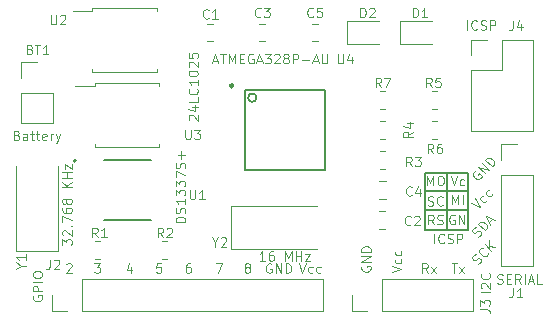
<source format=gto>
%TF.GenerationSoftware,KiCad,Pcbnew,9.0.0*%
%TF.CreationDate,2025-03-11T16:24:46+11:00*%
%TF.ProjectId,MCU Datalogger,4d435520-4461-4746-916c-6f676765722e,1*%
%TF.SameCoordinates,Original*%
%TF.FileFunction,Legend,Top*%
%TF.FilePolarity,Positive*%
%FSLAX46Y46*%
G04 Gerber Fmt 4.6, Leading zero omitted, Abs format (unit mm)*
G04 Created by KiCad (PCBNEW 9.0.0) date 2025-03-11 16:24:46*
%MOMM*%
%LPD*%
G01*
G04 APERTURE LIST*
%ADD10C,0.150000*%
%ADD11C,0.100000*%
%ADD12C,0.127000*%
%ADD13C,0.200000*%
%ADD14C,0.120000*%
%ADD15C,0.152400*%
%ADD16C,0.254000*%
G04 APERTURE END LIST*
D10*
X159000000Y-83261200D02*
X155494800Y-83261200D01*
X155444000Y-84912200D02*
X159000000Y-84912200D01*
X157209300Y-81762600D02*
X157209300Y-86563200D01*
X155393200Y-81762600D02*
X159025400Y-81762600D01*
X159025400Y-86563200D01*
X155393200Y-86563200D01*
X155393200Y-81762600D01*
X159000000Y-84912200D02*
X159000000Y-83261200D01*
D11*
X152596895Y-90158020D02*
X153396895Y-89891353D01*
X153396895Y-89891353D02*
X152596895Y-89624687D01*
X153358800Y-89015163D02*
X153396895Y-89091354D01*
X153396895Y-89091354D02*
X153396895Y-89243735D01*
X153396895Y-89243735D02*
X153358800Y-89319925D01*
X153358800Y-89319925D02*
X153320704Y-89358020D01*
X153320704Y-89358020D02*
X153244514Y-89396116D01*
X153244514Y-89396116D02*
X153015942Y-89396116D01*
X153015942Y-89396116D02*
X152939752Y-89358020D01*
X152939752Y-89358020D02*
X152901657Y-89319925D01*
X152901657Y-89319925D02*
X152863561Y-89243735D01*
X152863561Y-89243735D02*
X152863561Y-89091354D01*
X152863561Y-89091354D02*
X152901657Y-89015163D01*
X153358800Y-88329449D02*
X153396895Y-88405640D01*
X153396895Y-88405640D02*
X153396895Y-88558021D01*
X153396895Y-88558021D02*
X153358800Y-88634211D01*
X153358800Y-88634211D02*
X153320704Y-88672306D01*
X153320704Y-88672306D02*
X153244514Y-88710402D01*
X153244514Y-88710402D02*
X153015942Y-88710402D01*
X153015942Y-88710402D02*
X152939752Y-88672306D01*
X152939752Y-88672306D02*
X152901657Y-88634211D01*
X152901657Y-88634211D02*
X152863561Y-88558021D01*
X152863561Y-88558021D02*
X152863561Y-88405640D01*
X152863561Y-88405640D02*
X152901657Y-88329449D01*
X157558579Y-81996895D02*
X157825246Y-82796895D01*
X157825246Y-82796895D02*
X158091912Y-81996895D01*
X158701436Y-82758800D02*
X158625245Y-82796895D01*
X158625245Y-82796895D02*
X158472864Y-82796895D01*
X158472864Y-82796895D02*
X158396674Y-82758800D01*
X158396674Y-82758800D02*
X158358579Y-82720704D01*
X158358579Y-82720704D02*
X158320483Y-82644514D01*
X158320483Y-82644514D02*
X158320483Y-82415942D01*
X158320483Y-82415942D02*
X158358579Y-82339752D01*
X158358579Y-82339752D02*
X158396674Y-82301657D01*
X158396674Y-82301657D02*
X158472864Y-82263561D01*
X158472864Y-82263561D02*
X158625245Y-82263561D01*
X158625245Y-82263561D02*
X158701436Y-82301657D01*
X159854425Y-89445887D02*
X159962175Y-89392012D01*
X159962175Y-89392012D02*
X160096862Y-89257325D01*
X160096862Y-89257325D02*
X160123799Y-89176513D01*
X160123799Y-89176513D02*
X160123799Y-89122638D01*
X160123799Y-89122638D02*
X160096862Y-89041826D01*
X160096862Y-89041826D02*
X160042987Y-88987951D01*
X160042987Y-88987951D02*
X159962175Y-88961013D01*
X159962175Y-88961013D02*
X159908300Y-88961013D01*
X159908300Y-88961013D02*
X159827488Y-88987951D01*
X159827488Y-88987951D02*
X159692801Y-89068763D01*
X159692801Y-89068763D02*
X159611989Y-89095700D01*
X159611989Y-89095700D02*
X159558114Y-89095700D01*
X159558114Y-89095700D02*
X159477302Y-89068763D01*
X159477302Y-89068763D02*
X159423427Y-89014888D01*
X159423427Y-89014888D02*
X159396490Y-88934076D01*
X159396490Y-88934076D02*
X159396490Y-88880201D01*
X159396490Y-88880201D02*
X159423427Y-88799389D01*
X159423427Y-88799389D02*
X159558114Y-88664702D01*
X159558114Y-88664702D02*
X159665864Y-88610827D01*
X160716422Y-88530015D02*
X160716422Y-88583890D01*
X160716422Y-88583890D02*
X160662548Y-88691639D01*
X160662548Y-88691639D02*
X160608673Y-88745514D01*
X160608673Y-88745514D02*
X160500923Y-88799389D01*
X160500923Y-88799389D02*
X160393174Y-88799389D01*
X160393174Y-88799389D02*
X160312361Y-88772451D01*
X160312361Y-88772451D02*
X160177674Y-88691639D01*
X160177674Y-88691639D02*
X160096862Y-88610827D01*
X160096862Y-88610827D02*
X160016050Y-88476140D01*
X160016050Y-88476140D02*
X159989113Y-88395328D01*
X159989113Y-88395328D02*
X159989113Y-88287578D01*
X159989113Y-88287578D02*
X160042987Y-88179829D01*
X160042987Y-88179829D02*
X160096862Y-88125954D01*
X160096862Y-88125954D02*
X160204612Y-88072079D01*
X160204612Y-88072079D02*
X160258487Y-88072079D01*
X161012734Y-88341453D02*
X160447048Y-87775768D01*
X161335983Y-88018204D02*
X160770297Y-87937392D01*
X160770297Y-87452519D02*
X160770297Y-88099016D01*
X157891912Y-85334990D02*
X157815722Y-85296895D01*
X157815722Y-85296895D02*
X157701436Y-85296895D01*
X157701436Y-85296895D02*
X157587150Y-85334990D01*
X157587150Y-85334990D02*
X157510960Y-85411180D01*
X157510960Y-85411180D02*
X157472865Y-85487371D01*
X157472865Y-85487371D02*
X157434769Y-85639752D01*
X157434769Y-85639752D02*
X157434769Y-85754038D01*
X157434769Y-85754038D02*
X157472865Y-85906419D01*
X157472865Y-85906419D02*
X157510960Y-85982609D01*
X157510960Y-85982609D02*
X157587150Y-86058800D01*
X157587150Y-86058800D02*
X157701436Y-86096895D01*
X157701436Y-86096895D02*
X157777627Y-86096895D01*
X157777627Y-86096895D02*
X157891912Y-86058800D01*
X157891912Y-86058800D02*
X157930008Y-86020704D01*
X157930008Y-86020704D02*
X157930008Y-85754038D01*
X157930008Y-85754038D02*
X157777627Y-85754038D01*
X158272865Y-86096895D02*
X158272865Y-85296895D01*
X158272865Y-85296895D02*
X158730008Y-86096895D01*
X158730008Y-86096895D02*
X158730008Y-85296895D01*
X155634769Y-84458800D02*
X155749055Y-84496895D01*
X155749055Y-84496895D02*
X155939531Y-84496895D01*
X155939531Y-84496895D02*
X156015722Y-84458800D01*
X156015722Y-84458800D02*
X156053817Y-84420704D01*
X156053817Y-84420704D02*
X156091912Y-84344514D01*
X156091912Y-84344514D02*
X156091912Y-84268323D01*
X156091912Y-84268323D02*
X156053817Y-84192133D01*
X156053817Y-84192133D02*
X156015722Y-84154038D01*
X156015722Y-84154038D02*
X155939531Y-84115942D01*
X155939531Y-84115942D02*
X155787150Y-84077847D01*
X155787150Y-84077847D02*
X155710960Y-84039752D01*
X155710960Y-84039752D02*
X155672865Y-84001657D01*
X155672865Y-84001657D02*
X155634769Y-83925466D01*
X155634769Y-83925466D02*
X155634769Y-83849276D01*
X155634769Y-83849276D02*
X155672865Y-83773085D01*
X155672865Y-83773085D02*
X155710960Y-83734990D01*
X155710960Y-83734990D02*
X155787150Y-83696895D01*
X155787150Y-83696895D02*
X155977627Y-83696895D01*
X155977627Y-83696895D02*
X156091912Y-83734990D01*
X156891913Y-84420704D02*
X156853817Y-84458800D01*
X156853817Y-84458800D02*
X156739532Y-84496895D01*
X156739532Y-84496895D02*
X156663341Y-84496895D01*
X156663341Y-84496895D02*
X156549055Y-84458800D01*
X156549055Y-84458800D02*
X156472865Y-84382609D01*
X156472865Y-84382609D02*
X156434770Y-84306419D01*
X156434770Y-84306419D02*
X156396674Y-84154038D01*
X156396674Y-84154038D02*
X156396674Y-84039752D01*
X156396674Y-84039752D02*
X156434770Y-83887371D01*
X156434770Y-83887371D02*
X156472865Y-83811180D01*
X156472865Y-83811180D02*
X156549055Y-83734990D01*
X156549055Y-83734990D02*
X156663341Y-83696895D01*
X156663341Y-83696895D02*
X156739532Y-83696895D01*
X156739532Y-83696895D02*
X156853817Y-83734990D01*
X156853817Y-83734990D02*
X156891913Y-83773085D01*
X133037217Y-89396895D02*
X132656265Y-89396895D01*
X132656265Y-89396895D02*
X132618169Y-89777847D01*
X132618169Y-89777847D02*
X132656265Y-89739752D01*
X132656265Y-89739752D02*
X132732455Y-89701657D01*
X132732455Y-89701657D02*
X132922931Y-89701657D01*
X132922931Y-89701657D02*
X132999122Y-89739752D01*
X132999122Y-89739752D02*
X133037217Y-89777847D01*
X133037217Y-89777847D02*
X133075312Y-89854038D01*
X133075312Y-89854038D02*
X133075312Y-90044514D01*
X133075312Y-90044514D02*
X133037217Y-90120704D01*
X133037217Y-90120704D02*
X132999122Y-90158800D01*
X132999122Y-90158800D02*
X132922931Y-90196895D01*
X132922931Y-90196895D02*
X132732455Y-90196895D01*
X132732455Y-90196895D02*
X132656265Y-90158800D01*
X132656265Y-90158800D02*
X132618169Y-90120704D01*
X144741979Y-89396895D02*
X145008646Y-90196895D01*
X145008646Y-90196895D02*
X145275312Y-89396895D01*
X145884836Y-90158800D02*
X145808645Y-90196895D01*
X145808645Y-90196895D02*
X145656264Y-90196895D01*
X145656264Y-90196895D02*
X145580074Y-90158800D01*
X145580074Y-90158800D02*
X145541979Y-90120704D01*
X145541979Y-90120704D02*
X145503883Y-90044514D01*
X145503883Y-90044514D02*
X145503883Y-89815942D01*
X145503883Y-89815942D02*
X145541979Y-89739752D01*
X145541979Y-89739752D02*
X145580074Y-89701657D01*
X145580074Y-89701657D02*
X145656264Y-89663561D01*
X145656264Y-89663561D02*
X145808645Y-89663561D01*
X145808645Y-89663561D02*
X145884836Y-89701657D01*
X146570550Y-90158800D02*
X146494359Y-90196895D01*
X146494359Y-90196895D02*
X146341978Y-90196895D01*
X146341978Y-90196895D02*
X146265788Y-90158800D01*
X146265788Y-90158800D02*
X146227693Y-90120704D01*
X146227693Y-90120704D02*
X146189597Y-90044514D01*
X146189597Y-90044514D02*
X146189597Y-89815942D01*
X146189597Y-89815942D02*
X146227693Y-89739752D01*
X146227693Y-89739752D02*
X146265788Y-89701657D01*
X146265788Y-89701657D02*
X146341978Y-89663561D01*
X146341978Y-89663561D02*
X146494359Y-89663561D01*
X146494359Y-89663561D02*
X146570550Y-89701657D01*
X157672865Y-84396895D02*
X157672865Y-83596895D01*
X157672865Y-83596895D02*
X157939531Y-84168323D01*
X157939531Y-84168323D02*
X158206198Y-83596895D01*
X158206198Y-83596895D02*
X158206198Y-84396895D01*
X158587151Y-84396895D02*
X158587151Y-83596895D01*
X140270550Y-89739752D02*
X140194360Y-89701657D01*
X140194360Y-89701657D02*
X140156265Y-89663561D01*
X140156265Y-89663561D02*
X140118169Y-89587371D01*
X140118169Y-89587371D02*
X140118169Y-89549276D01*
X140118169Y-89549276D02*
X140156265Y-89473085D01*
X140156265Y-89473085D02*
X140194360Y-89434990D01*
X140194360Y-89434990D02*
X140270550Y-89396895D01*
X140270550Y-89396895D02*
X140422931Y-89396895D01*
X140422931Y-89396895D02*
X140499122Y-89434990D01*
X140499122Y-89434990D02*
X140537217Y-89473085D01*
X140537217Y-89473085D02*
X140575312Y-89549276D01*
X140575312Y-89549276D02*
X140575312Y-89587371D01*
X140575312Y-89587371D02*
X140537217Y-89663561D01*
X140537217Y-89663561D02*
X140499122Y-89701657D01*
X140499122Y-89701657D02*
X140422931Y-89739752D01*
X140422931Y-89739752D02*
X140270550Y-89739752D01*
X140270550Y-89739752D02*
X140194360Y-89777847D01*
X140194360Y-89777847D02*
X140156265Y-89815942D01*
X140156265Y-89815942D02*
X140118169Y-89892133D01*
X140118169Y-89892133D02*
X140118169Y-90044514D01*
X140118169Y-90044514D02*
X140156265Y-90120704D01*
X140156265Y-90120704D02*
X140194360Y-90158800D01*
X140194360Y-90158800D02*
X140270550Y-90196895D01*
X140270550Y-90196895D02*
X140422931Y-90196895D01*
X140422931Y-90196895D02*
X140499122Y-90158800D01*
X140499122Y-90158800D02*
X140537217Y-90120704D01*
X140537217Y-90120704D02*
X140575312Y-90044514D01*
X140575312Y-90044514D02*
X140575312Y-89892133D01*
X140575312Y-89892133D02*
X140537217Y-89815942D01*
X140537217Y-89815942D02*
X140499122Y-89777847D01*
X140499122Y-89777847D02*
X140422931Y-89739752D01*
X127380074Y-89396895D02*
X127875312Y-89396895D01*
X127875312Y-89396895D02*
X127608646Y-89701657D01*
X127608646Y-89701657D02*
X127722931Y-89701657D01*
X127722931Y-89701657D02*
X127799122Y-89739752D01*
X127799122Y-89739752D02*
X127837217Y-89777847D01*
X127837217Y-89777847D02*
X127875312Y-89854038D01*
X127875312Y-89854038D02*
X127875312Y-90044514D01*
X127875312Y-90044514D02*
X127837217Y-90120704D01*
X127837217Y-90120704D02*
X127799122Y-90158800D01*
X127799122Y-90158800D02*
X127722931Y-90196895D01*
X127722931Y-90196895D02*
X127494360Y-90196895D01*
X127494360Y-90196895D02*
X127418169Y-90158800D01*
X127418169Y-90158800D02*
X127380074Y-90120704D01*
X155613408Y-90196895D02*
X155346741Y-89815942D01*
X155156265Y-90196895D02*
X155156265Y-89396895D01*
X155156265Y-89396895D02*
X155461027Y-89396895D01*
X155461027Y-89396895D02*
X155537217Y-89434990D01*
X155537217Y-89434990D02*
X155575312Y-89473085D01*
X155575312Y-89473085D02*
X155613408Y-89549276D01*
X155613408Y-89549276D02*
X155613408Y-89663561D01*
X155613408Y-89663561D02*
X155575312Y-89739752D01*
X155575312Y-89739752D02*
X155537217Y-89777847D01*
X155537217Y-89777847D02*
X155461027Y-89815942D01*
X155461027Y-89815942D02*
X155156265Y-89815942D01*
X155880074Y-90196895D02*
X156299122Y-89663561D01*
X155880074Y-89663561D02*
X156299122Y-90196895D01*
X137680074Y-89396895D02*
X138213408Y-89396895D01*
X138213408Y-89396895D02*
X137870550Y-90196895D01*
X158956265Y-69596895D02*
X158956265Y-68796895D01*
X159794360Y-69520704D02*
X159756264Y-69558800D01*
X159756264Y-69558800D02*
X159641979Y-69596895D01*
X159641979Y-69596895D02*
X159565788Y-69596895D01*
X159565788Y-69596895D02*
X159451502Y-69558800D01*
X159451502Y-69558800D02*
X159375312Y-69482609D01*
X159375312Y-69482609D02*
X159337217Y-69406419D01*
X159337217Y-69406419D02*
X159299121Y-69254038D01*
X159299121Y-69254038D02*
X159299121Y-69139752D01*
X159299121Y-69139752D02*
X159337217Y-68987371D01*
X159337217Y-68987371D02*
X159375312Y-68911180D01*
X159375312Y-68911180D02*
X159451502Y-68834990D01*
X159451502Y-68834990D02*
X159565788Y-68796895D01*
X159565788Y-68796895D02*
X159641979Y-68796895D01*
X159641979Y-68796895D02*
X159756264Y-68834990D01*
X159756264Y-68834990D02*
X159794360Y-68873085D01*
X160099121Y-69558800D02*
X160213407Y-69596895D01*
X160213407Y-69596895D02*
X160403883Y-69596895D01*
X160403883Y-69596895D02*
X160480074Y-69558800D01*
X160480074Y-69558800D02*
X160518169Y-69520704D01*
X160518169Y-69520704D02*
X160556264Y-69444514D01*
X160556264Y-69444514D02*
X160556264Y-69368323D01*
X160556264Y-69368323D02*
X160518169Y-69292133D01*
X160518169Y-69292133D02*
X160480074Y-69254038D01*
X160480074Y-69254038D02*
X160403883Y-69215942D01*
X160403883Y-69215942D02*
X160251502Y-69177847D01*
X160251502Y-69177847D02*
X160175312Y-69139752D01*
X160175312Y-69139752D02*
X160137217Y-69101657D01*
X160137217Y-69101657D02*
X160099121Y-69025466D01*
X160099121Y-69025466D02*
X160099121Y-68949276D01*
X160099121Y-68949276D02*
X160137217Y-68873085D01*
X160137217Y-68873085D02*
X160175312Y-68834990D01*
X160175312Y-68834990D02*
X160251502Y-68796895D01*
X160251502Y-68796895D02*
X160441979Y-68796895D01*
X160441979Y-68796895D02*
X160556264Y-68834990D01*
X160899122Y-69596895D02*
X160899122Y-68796895D01*
X160899122Y-68796895D02*
X161203884Y-68796895D01*
X161203884Y-68796895D02*
X161280074Y-68834990D01*
X161280074Y-68834990D02*
X161318169Y-68873085D01*
X161318169Y-68873085D02*
X161356265Y-68949276D01*
X161356265Y-68949276D02*
X161356265Y-69063561D01*
X161356265Y-69063561D02*
X161318169Y-69139752D01*
X161318169Y-69139752D02*
X161280074Y-69177847D01*
X161280074Y-69177847D02*
X161203884Y-69215942D01*
X161203884Y-69215942D02*
X160899122Y-69215942D01*
X135499122Y-89396895D02*
X135346741Y-89396895D01*
X135346741Y-89396895D02*
X135270550Y-89434990D01*
X135270550Y-89434990D02*
X135232455Y-89473085D01*
X135232455Y-89473085D02*
X135156265Y-89587371D01*
X135156265Y-89587371D02*
X135118169Y-89739752D01*
X135118169Y-89739752D02*
X135118169Y-90044514D01*
X135118169Y-90044514D02*
X135156265Y-90120704D01*
X135156265Y-90120704D02*
X135194360Y-90158800D01*
X135194360Y-90158800D02*
X135270550Y-90196895D01*
X135270550Y-90196895D02*
X135422931Y-90196895D01*
X135422931Y-90196895D02*
X135499122Y-90158800D01*
X135499122Y-90158800D02*
X135537217Y-90120704D01*
X135537217Y-90120704D02*
X135575312Y-90044514D01*
X135575312Y-90044514D02*
X135575312Y-89854038D01*
X135575312Y-89854038D02*
X135537217Y-89777847D01*
X135537217Y-89777847D02*
X135499122Y-89739752D01*
X135499122Y-89739752D02*
X135422931Y-89701657D01*
X135422931Y-89701657D02*
X135270550Y-89701657D01*
X135270550Y-89701657D02*
X135194360Y-89739752D01*
X135194360Y-89739752D02*
X135156265Y-89777847D01*
X135156265Y-89777847D02*
X135118169Y-89854038D01*
X156130008Y-86096895D02*
X155863341Y-85715942D01*
X155672865Y-86096895D02*
X155672865Y-85296895D01*
X155672865Y-85296895D02*
X155977627Y-85296895D01*
X155977627Y-85296895D02*
X156053817Y-85334990D01*
X156053817Y-85334990D02*
X156091912Y-85373085D01*
X156091912Y-85373085D02*
X156130008Y-85449276D01*
X156130008Y-85449276D02*
X156130008Y-85563561D01*
X156130008Y-85563561D02*
X156091912Y-85639752D01*
X156091912Y-85639752D02*
X156053817Y-85677847D01*
X156053817Y-85677847D02*
X155977627Y-85715942D01*
X155977627Y-85715942D02*
X155672865Y-85715942D01*
X156434769Y-86058800D02*
X156549055Y-86096895D01*
X156549055Y-86096895D02*
X156739531Y-86096895D01*
X156739531Y-86096895D02*
X156815722Y-86058800D01*
X156815722Y-86058800D02*
X156853817Y-86020704D01*
X156853817Y-86020704D02*
X156891912Y-85944514D01*
X156891912Y-85944514D02*
X156891912Y-85868323D01*
X156891912Y-85868323D02*
X156853817Y-85792133D01*
X156853817Y-85792133D02*
X156815722Y-85754038D01*
X156815722Y-85754038D02*
X156739531Y-85715942D01*
X156739531Y-85715942D02*
X156587150Y-85677847D01*
X156587150Y-85677847D02*
X156510960Y-85639752D01*
X156510960Y-85639752D02*
X156472865Y-85601657D01*
X156472865Y-85601657D02*
X156434769Y-85525466D01*
X156434769Y-85525466D02*
X156434769Y-85449276D01*
X156434769Y-85449276D02*
X156472865Y-85373085D01*
X156472865Y-85373085D02*
X156510960Y-85334990D01*
X156510960Y-85334990D02*
X156587150Y-85296895D01*
X156587150Y-85296895D02*
X156777627Y-85296895D01*
X156777627Y-85296895D02*
X156891912Y-85334990D01*
X142375312Y-89434990D02*
X142299122Y-89396895D01*
X142299122Y-89396895D02*
X142184836Y-89396895D01*
X142184836Y-89396895D02*
X142070550Y-89434990D01*
X142070550Y-89434990D02*
X141994360Y-89511180D01*
X141994360Y-89511180D02*
X141956265Y-89587371D01*
X141956265Y-89587371D02*
X141918169Y-89739752D01*
X141918169Y-89739752D02*
X141918169Y-89854038D01*
X141918169Y-89854038D02*
X141956265Y-90006419D01*
X141956265Y-90006419D02*
X141994360Y-90082609D01*
X141994360Y-90082609D02*
X142070550Y-90158800D01*
X142070550Y-90158800D02*
X142184836Y-90196895D01*
X142184836Y-90196895D02*
X142261027Y-90196895D01*
X142261027Y-90196895D02*
X142375312Y-90158800D01*
X142375312Y-90158800D02*
X142413408Y-90120704D01*
X142413408Y-90120704D02*
X142413408Y-89854038D01*
X142413408Y-89854038D02*
X142261027Y-89854038D01*
X142756265Y-90196895D02*
X142756265Y-89396895D01*
X142756265Y-89396895D02*
X143213408Y-90196895D01*
X143213408Y-90196895D02*
X143213408Y-89396895D01*
X143594360Y-90196895D02*
X143594360Y-89396895D01*
X143594360Y-89396895D02*
X143784836Y-89396895D01*
X143784836Y-89396895D02*
X143899122Y-89434990D01*
X143899122Y-89434990D02*
X143975312Y-89511180D01*
X143975312Y-89511180D02*
X144013407Y-89587371D01*
X144013407Y-89587371D02*
X144051503Y-89739752D01*
X144051503Y-89739752D02*
X144051503Y-89854038D01*
X144051503Y-89854038D02*
X144013407Y-90006419D01*
X144013407Y-90006419D02*
X143975312Y-90082609D01*
X143975312Y-90082609D02*
X143899122Y-90158800D01*
X143899122Y-90158800D02*
X143784836Y-90196895D01*
X143784836Y-90196895D02*
X143594360Y-90196895D01*
X159665864Y-81510827D02*
X159585051Y-81537765D01*
X159585051Y-81537765D02*
X159504239Y-81618577D01*
X159504239Y-81618577D02*
X159450364Y-81726326D01*
X159450364Y-81726326D02*
X159450364Y-81834076D01*
X159450364Y-81834076D02*
X159477302Y-81914888D01*
X159477302Y-81914888D02*
X159558114Y-82049575D01*
X159558114Y-82049575D02*
X159638926Y-82130387D01*
X159638926Y-82130387D02*
X159773613Y-82211200D01*
X159773613Y-82211200D02*
X159854425Y-82238137D01*
X159854425Y-82238137D02*
X159962175Y-82238137D01*
X159962175Y-82238137D02*
X160069925Y-82184262D01*
X160069925Y-82184262D02*
X160123799Y-82130387D01*
X160123799Y-82130387D02*
X160177674Y-82022638D01*
X160177674Y-82022638D02*
X160177674Y-81968763D01*
X160177674Y-81968763D02*
X159989112Y-81780201D01*
X159989112Y-81780201D02*
X159881363Y-81887951D01*
X160473986Y-81780201D02*
X159908300Y-81214516D01*
X159908300Y-81214516D02*
X160797235Y-81456952D01*
X160797235Y-81456952D02*
X160231549Y-80891267D01*
X161066608Y-81187578D02*
X160500923Y-80621893D01*
X160500923Y-80621893D02*
X160635610Y-80487206D01*
X160635610Y-80487206D02*
X160743360Y-80433331D01*
X160743360Y-80433331D02*
X160851109Y-80433331D01*
X160851109Y-80433331D02*
X160931921Y-80460269D01*
X160931921Y-80460269D02*
X161066608Y-80541081D01*
X161066608Y-80541081D02*
X161147421Y-80621893D01*
X161147421Y-80621893D02*
X161228233Y-80756580D01*
X161228233Y-80756580D02*
X161255170Y-80837392D01*
X161255170Y-80837392D02*
X161255170Y-80945142D01*
X161255170Y-80945142D02*
X161201295Y-81052891D01*
X161201295Y-81052891D02*
X161066608Y-81187578D01*
X122234990Y-92124687D02*
X122196895Y-92200877D01*
X122196895Y-92200877D02*
X122196895Y-92315163D01*
X122196895Y-92315163D02*
X122234990Y-92429449D01*
X122234990Y-92429449D02*
X122311180Y-92505639D01*
X122311180Y-92505639D02*
X122387371Y-92543734D01*
X122387371Y-92543734D02*
X122539752Y-92581830D01*
X122539752Y-92581830D02*
X122654038Y-92581830D01*
X122654038Y-92581830D02*
X122806419Y-92543734D01*
X122806419Y-92543734D02*
X122882609Y-92505639D01*
X122882609Y-92505639D02*
X122958800Y-92429449D01*
X122958800Y-92429449D02*
X122996895Y-92315163D01*
X122996895Y-92315163D02*
X122996895Y-92238972D01*
X122996895Y-92238972D02*
X122958800Y-92124687D01*
X122958800Y-92124687D02*
X122920704Y-92086591D01*
X122920704Y-92086591D02*
X122654038Y-92086591D01*
X122654038Y-92086591D02*
X122654038Y-92238972D01*
X122996895Y-91743734D02*
X122196895Y-91743734D01*
X122196895Y-91743734D02*
X122196895Y-91438972D01*
X122196895Y-91438972D02*
X122234990Y-91362782D01*
X122234990Y-91362782D02*
X122273085Y-91324687D01*
X122273085Y-91324687D02*
X122349276Y-91286591D01*
X122349276Y-91286591D02*
X122463561Y-91286591D01*
X122463561Y-91286591D02*
X122539752Y-91324687D01*
X122539752Y-91324687D02*
X122577847Y-91362782D01*
X122577847Y-91362782D02*
X122615942Y-91438972D01*
X122615942Y-91438972D02*
X122615942Y-91743734D01*
X122996895Y-90943734D02*
X122196895Y-90943734D01*
X122196895Y-90410401D02*
X122196895Y-90258020D01*
X122196895Y-90258020D02*
X122234990Y-90181830D01*
X122234990Y-90181830D02*
X122311180Y-90105639D01*
X122311180Y-90105639D02*
X122463561Y-90067544D01*
X122463561Y-90067544D02*
X122730228Y-90067544D01*
X122730228Y-90067544D02*
X122882609Y-90105639D01*
X122882609Y-90105639D02*
X122958800Y-90181830D01*
X122958800Y-90181830D02*
X122996895Y-90258020D01*
X122996895Y-90258020D02*
X122996895Y-90410401D01*
X122996895Y-90410401D02*
X122958800Y-90486592D01*
X122958800Y-90486592D02*
X122882609Y-90562782D01*
X122882609Y-90562782D02*
X122730228Y-90600878D01*
X122730228Y-90600878D02*
X122463561Y-90600878D01*
X122463561Y-90600878D02*
X122311180Y-90562782D01*
X122311180Y-90562782D02*
X122234990Y-90486592D01*
X122234990Y-90486592D02*
X122196895Y-90410401D01*
X156156265Y-87696895D02*
X156156265Y-86896895D01*
X156994360Y-87620704D02*
X156956264Y-87658800D01*
X156956264Y-87658800D02*
X156841979Y-87696895D01*
X156841979Y-87696895D02*
X156765788Y-87696895D01*
X156765788Y-87696895D02*
X156651502Y-87658800D01*
X156651502Y-87658800D02*
X156575312Y-87582609D01*
X156575312Y-87582609D02*
X156537217Y-87506419D01*
X156537217Y-87506419D02*
X156499121Y-87354038D01*
X156499121Y-87354038D02*
X156499121Y-87239752D01*
X156499121Y-87239752D02*
X156537217Y-87087371D01*
X156537217Y-87087371D02*
X156575312Y-87011180D01*
X156575312Y-87011180D02*
X156651502Y-86934990D01*
X156651502Y-86934990D02*
X156765788Y-86896895D01*
X156765788Y-86896895D02*
X156841979Y-86896895D01*
X156841979Y-86896895D02*
X156956264Y-86934990D01*
X156956264Y-86934990D02*
X156994360Y-86973085D01*
X157299121Y-87658800D02*
X157413407Y-87696895D01*
X157413407Y-87696895D02*
X157603883Y-87696895D01*
X157603883Y-87696895D02*
X157680074Y-87658800D01*
X157680074Y-87658800D02*
X157718169Y-87620704D01*
X157718169Y-87620704D02*
X157756264Y-87544514D01*
X157756264Y-87544514D02*
X157756264Y-87468323D01*
X157756264Y-87468323D02*
X157718169Y-87392133D01*
X157718169Y-87392133D02*
X157680074Y-87354038D01*
X157680074Y-87354038D02*
X157603883Y-87315942D01*
X157603883Y-87315942D02*
X157451502Y-87277847D01*
X157451502Y-87277847D02*
X157375312Y-87239752D01*
X157375312Y-87239752D02*
X157337217Y-87201657D01*
X157337217Y-87201657D02*
X157299121Y-87125466D01*
X157299121Y-87125466D02*
X157299121Y-87049276D01*
X157299121Y-87049276D02*
X157337217Y-86973085D01*
X157337217Y-86973085D02*
X157375312Y-86934990D01*
X157375312Y-86934990D02*
X157451502Y-86896895D01*
X157451502Y-86896895D02*
X157641979Y-86896895D01*
X157641979Y-86896895D02*
X157756264Y-86934990D01*
X158099122Y-87696895D02*
X158099122Y-86896895D01*
X158099122Y-86896895D02*
X158403884Y-86896895D01*
X158403884Y-86896895D02*
X158480074Y-86934990D01*
X158480074Y-86934990D02*
X158518169Y-86973085D01*
X158518169Y-86973085D02*
X158556265Y-87049276D01*
X158556265Y-87049276D02*
X158556265Y-87163561D01*
X158556265Y-87163561D02*
X158518169Y-87239752D01*
X158518169Y-87239752D02*
X158480074Y-87277847D01*
X158480074Y-87277847D02*
X158403884Y-87315942D01*
X158403884Y-87315942D02*
X158099122Y-87315942D01*
X157641979Y-89396895D02*
X158099122Y-89396895D01*
X157870550Y-90196895D02*
X157870550Y-89396895D01*
X158289598Y-90196895D02*
X158708646Y-89663561D01*
X158289598Y-89663561D02*
X158708646Y-90196895D01*
X155572865Y-82796895D02*
X155572865Y-81996895D01*
X155572865Y-81996895D02*
X155839531Y-82568323D01*
X155839531Y-82568323D02*
X156106198Y-81996895D01*
X156106198Y-81996895D02*
X156106198Y-82796895D01*
X156639532Y-81996895D02*
X156791913Y-81996895D01*
X156791913Y-81996895D02*
X156868103Y-82034990D01*
X156868103Y-82034990D02*
X156944294Y-82111180D01*
X156944294Y-82111180D02*
X156982389Y-82263561D01*
X156982389Y-82263561D02*
X156982389Y-82530228D01*
X156982389Y-82530228D02*
X156944294Y-82682609D01*
X156944294Y-82682609D02*
X156868103Y-82758800D01*
X156868103Y-82758800D02*
X156791913Y-82796895D01*
X156791913Y-82796895D02*
X156639532Y-82796895D01*
X156639532Y-82796895D02*
X156563341Y-82758800D01*
X156563341Y-82758800D02*
X156487151Y-82682609D01*
X156487151Y-82682609D02*
X156449055Y-82530228D01*
X156449055Y-82530228D02*
X156449055Y-82263561D01*
X156449055Y-82263561D02*
X156487151Y-82111180D01*
X156487151Y-82111180D02*
X156563341Y-82034990D01*
X156563341Y-82034990D02*
X156639532Y-81996895D01*
X150034990Y-89624687D02*
X149996895Y-89700877D01*
X149996895Y-89700877D02*
X149996895Y-89815163D01*
X149996895Y-89815163D02*
X150034990Y-89929449D01*
X150034990Y-89929449D02*
X150111180Y-90005639D01*
X150111180Y-90005639D02*
X150187371Y-90043734D01*
X150187371Y-90043734D02*
X150339752Y-90081830D01*
X150339752Y-90081830D02*
X150454038Y-90081830D01*
X150454038Y-90081830D02*
X150606419Y-90043734D01*
X150606419Y-90043734D02*
X150682609Y-90005639D01*
X150682609Y-90005639D02*
X150758800Y-89929449D01*
X150758800Y-89929449D02*
X150796895Y-89815163D01*
X150796895Y-89815163D02*
X150796895Y-89738972D01*
X150796895Y-89738972D02*
X150758800Y-89624687D01*
X150758800Y-89624687D02*
X150720704Y-89586591D01*
X150720704Y-89586591D02*
X150454038Y-89586591D01*
X150454038Y-89586591D02*
X150454038Y-89738972D01*
X150796895Y-89243734D02*
X149996895Y-89243734D01*
X149996895Y-89243734D02*
X150796895Y-88786591D01*
X150796895Y-88786591D02*
X149996895Y-88786591D01*
X150796895Y-88405639D02*
X149996895Y-88405639D01*
X149996895Y-88405639D02*
X149996895Y-88215163D01*
X149996895Y-88215163D02*
X150034990Y-88100877D01*
X150034990Y-88100877D02*
X150111180Y-88024687D01*
X150111180Y-88024687D02*
X150187371Y-87986592D01*
X150187371Y-87986592D02*
X150339752Y-87948496D01*
X150339752Y-87948496D02*
X150454038Y-87948496D01*
X150454038Y-87948496D02*
X150606419Y-87986592D01*
X150606419Y-87986592D02*
X150682609Y-88024687D01*
X150682609Y-88024687D02*
X150758800Y-88100877D01*
X150758800Y-88100877D02*
X150796895Y-88215163D01*
X150796895Y-88215163D02*
X150796895Y-88405639D01*
X161518169Y-91058800D02*
X161632455Y-91096895D01*
X161632455Y-91096895D02*
X161822931Y-91096895D01*
X161822931Y-91096895D02*
X161899122Y-91058800D01*
X161899122Y-91058800D02*
X161937217Y-91020704D01*
X161937217Y-91020704D02*
X161975312Y-90944514D01*
X161975312Y-90944514D02*
X161975312Y-90868323D01*
X161975312Y-90868323D02*
X161937217Y-90792133D01*
X161937217Y-90792133D02*
X161899122Y-90754038D01*
X161899122Y-90754038D02*
X161822931Y-90715942D01*
X161822931Y-90715942D02*
X161670550Y-90677847D01*
X161670550Y-90677847D02*
X161594360Y-90639752D01*
X161594360Y-90639752D02*
X161556265Y-90601657D01*
X161556265Y-90601657D02*
X161518169Y-90525466D01*
X161518169Y-90525466D02*
X161518169Y-90449276D01*
X161518169Y-90449276D02*
X161556265Y-90373085D01*
X161556265Y-90373085D02*
X161594360Y-90334990D01*
X161594360Y-90334990D02*
X161670550Y-90296895D01*
X161670550Y-90296895D02*
X161861027Y-90296895D01*
X161861027Y-90296895D02*
X161975312Y-90334990D01*
X162318170Y-90677847D02*
X162584836Y-90677847D01*
X162699122Y-91096895D02*
X162318170Y-91096895D01*
X162318170Y-91096895D02*
X162318170Y-90296895D01*
X162318170Y-90296895D02*
X162699122Y-90296895D01*
X163499123Y-91096895D02*
X163232456Y-90715942D01*
X163041980Y-91096895D02*
X163041980Y-90296895D01*
X163041980Y-90296895D02*
X163346742Y-90296895D01*
X163346742Y-90296895D02*
X163422932Y-90334990D01*
X163422932Y-90334990D02*
X163461027Y-90373085D01*
X163461027Y-90373085D02*
X163499123Y-90449276D01*
X163499123Y-90449276D02*
X163499123Y-90563561D01*
X163499123Y-90563561D02*
X163461027Y-90639752D01*
X163461027Y-90639752D02*
X163422932Y-90677847D01*
X163422932Y-90677847D02*
X163346742Y-90715942D01*
X163346742Y-90715942D02*
X163041980Y-90715942D01*
X163841980Y-91096895D02*
X163841980Y-90296895D01*
X164184836Y-90868323D02*
X164565789Y-90868323D01*
X164108646Y-91096895D02*
X164375313Y-90296895D01*
X164375313Y-90296895D02*
X164641979Y-91096895D01*
X165289598Y-91096895D02*
X164908646Y-91096895D01*
X164908646Y-91096895D02*
X164908646Y-90296895D01*
X125018169Y-89473085D02*
X125056265Y-89434990D01*
X125056265Y-89434990D02*
X125132455Y-89396895D01*
X125132455Y-89396895D02*
X125322931Y-89396895D01*
X125322931Y-89396895D02*
X125399122Y-89434990D01*
X125399122Y-89434990D02*
X125437217Y-89473085D01*
X125437217Y-89473085D02*
X125475312Y-89549276D01*
X125475312Y-89549276D02*
X125475312Y-89625466D01*
X125475312Y-89625466D02*
X125437217Y-89739752D01*
X125437217Y-89739752D02*
X124980074Y-90196895D01*
X124980074Y-90196895D02*
X125475312Y-90196895D01*
X160896895Y-91843734D02*
X160096895Y-91843734D01*
X160173085Y-91500878D02*
X160134990Y-91462782D01*
X160134990Y-91462782D02*
X160096895Y-91386592D01*
X160096895Y-91386592D02*
X160096895Y-91196116D01*
X160096895Y-91196116D02*
X160134990Y-91119925D01*
X160134990Y-91119925D02*
X160173085Y-91081830D01*
X160173085Y-91081830D02*
X160249276Y-91043735D01*
X160249276Y-91043735D02*
X160325466Y-91043735D01*
X160325466Y-91043735D02*
X160439752Y-91081830D01*
X160439752Y-91081830D02*
X160896895Y-91538973D01*
X160896895Y-91538973D02*
X160896895Y-91043735D01*
X160820704Y-90243734D02*
X160858800Y-90281830D01*
X160858800Y-90281830D02*
X160896895Y-90396115D01*
X160896895Y-90396115D02*
X160896895Y-90472306D01*
X160896895Y-90472306D02*
X160858800Y-90586592D01*
X160858800Y-90586592D02*
X160782609Y-90662782D01*
X160782609Y-90662782D02*
X160706419Y-90700877D01*
X160706419Y-90700877D02*
X160554038Y-90738973D01*
X160554038Y-90738973D02*
X160439752Y-90738973D01*
X160439752Y-90738973D02*
X160287371Y-90700877D01*
X160287371Y-90700877D02*
X160211180Y-90662782D01*
X160211180Y-90662782D02*
X160134990Y-90586592D01*
X160134990Y-90586592D02*
X160096895Y-90472306D01*
X160096895Y-90472306D02*
X160096895Y-90396115D01*
X160096895Y-90396115D02*
X160134990Y-90281830D01*
X160134990Y-90281830D02*
X160173085Y-90243734D01*
X159261803Y-84261013D02*
X160016050Y-84638137D01*
X160016050Y-84638137D02*
X159638926Y-83883890D01*
X160608673Y-83991640D02*
X160581735Y-84072452D01*
X160581735Y-84072452D02*
X160473986Y-84180201D01*
X160473986Y-84180201D02*
X160393173Y-84207139D01*
X160393173Y-84207139D02*
X160339298Y-84207139D01*
X160339298Y-84207139D02*
X160258486Y-84180201D01*
X160258486Y-84180201D02*
X160096862Y-84018577D01*
X160096862Y-84018577D02*
X160069924Y-83937765D01*
X160069924Y-83937765D02*
X160069924Y-83883890D01*
X160069924Y-83883890D02*
X160096862Y-83803078D01*
X160096862Y-83803078D02*
X160204611Y-83695328D01*
X160204611Y-83695328D02*
X160285424Y-83668391D01*
X161093546Y-83506767D02*
X161066608Y-83587579D01*
X161066608Y-83587579D02*
X160958859Y-83695328D01*
X160958859Y-83695328D02*
X160878046Y-83722266D01*
X160878046Y-83722266D02*
X160824172Y-83722266D01*
X160824172Y-83722266D02*
X160743359Y-83695328D01*
X160743359Y-83695328D02*
X160581735Y-83533704D01*
X160581735Y-83533704D02*
X160554798Y-83452892D01*
X160554798Y-83452892D02*
X160554798Y-83399017D01*
X160554798Y-83399017D02*
X160581735Y-83318205D01*
X160581735Y-83318205D02*
X160689485Y-83210455D01*
X160689485Y-83210455D02*
X160770297Y-83183518D01*
X130499122Y-89663561D02*
X130499122Y-90196895D01*
X130308646Y-89358800D02*
X130118169Y-89930228D01*
X130118169Y-89930228D02*
X130613408Y-89930228D01*
X159854425Y-87145887D02*
X159962175Y-87092012D01*
X159962175Y-87092012D02*
X160096862Y-86957325D01*
X160096862Y-86957325D02*
X160123799Y-86876513D01*
X160123799Y-86876513D02*
X160123799Y-86822638D01*
X160123799Y-86822638D02*
X160096862Y-86741826D01*
X160096862Y-86741826D02*
X160042987Y-86687951D01*
X160042987Y-86687951D02*
X159962175Y-86661013D01*
X159962175Y-86661013D02*
X159908300Y-86661013D01*
X159908300Y-86661013D02*
X159827488Y-86687951D01*
X159827488Y-86687951D02*
X159692801Y-86768763D01*
X159692801Y-86768763D02*
X159611989Y-86795700D01*
X159611989Y-86795700D02*
X159558114Y-86795700D01*
X159558114Y-86795700D02*
X159477302Y-86768763D01*
X159477302Y-86768763D02*
X159423427Y-86714888D01*
X159423427Y-86714888D02*
X159396490Y-86634076D01*
X159396490Y-86634076D02*
X159396490Y-86580201D01*
X159396490Y-86580201D02*
X159423427Y-86499389D01*
X159423427Y-86499389D02*
X159558114Y-86364702D01*
X159558114Y-86364702D02*
X159665864Y-86310827D01*
X160447048Y-86607138D02*
X159881363Y-86041453D01*
X159881363Y-86041453D02*
X160016050Y-85906766D01*
X160016050Y-85906766D02*
X160123800Y-85852891D01*
X160123800Y-85852891D02*
X160231549Y-85852891D01*
X160231549Y-85852891D02*
X160312361Y-85879829D01*
X160312361Y-85879829D02*
X160447048Y-85960641D01*
X160447048Y-85960641D02*
X160527861Y-86041453D01*
X160527861Y-86041453D02*
X160608673Y-86176140D01*
X160608673Y-86176140D02*
X160635610Y-86256952D01*
X160635610Y-86256952D02*
X160635610Y-86364702D01*
X160635610Y-86364702D02*
X160581735Y-86472451D01*
X160581735Y-86472451D02*
X160447048Y-86607138D01*
X160824172Y-85906766D02*
X161093546Y-85637392D01*
X160931922Y-86122265D02*
X160554798Y-85368018D01*
X160554798Y-85368018D02*
X161309045Y-85745142D01*
X135490476Y-83164895D02*
X135490476Y-83812514D01*
X135490476Y-83812514D02*
X135528571Y-83888704D01*
X135528571Y-83888704D02*
X135566666Y-83926800D01*
X135566666Y-83926800D02*
X135642857Y-83964895D01*
X135642857Y-83964895D02*
X135795238Y-83964895D01*
X135795238Y-83964895D02*
X135871428Y-83926800D01*
X135871428Y-83926800D02*
X135909523Y-83888704D01*
X135909523Y-83888704D02*
X135947619Y-83812514D01*
X135947619Y-83812514D02*
X135947619Y-83164895D01*
X136747618Y-83964895D02*
X136290475Y-83964895D01*
X136519047Y-83964895D02*
X136519047Y-83164895D01*
X136519047Y-83164895D02*
X136442856Y-83279180D01*
X136442856Y-83279180D02*
X136366666Y-83355371D01*
X136366666Y-83355371D02*
X136290475Y-83393466D01*
X135064895Y-85890476D02*
X134264895Y-85890476D01*
X134264895Y-85890476D02*
X134264895Y-85700000D01*
X134264895Y-85700000D02*
X134302990Y-85585714D01*
X134302990Y-85585714D02*
X134379180Y-85509524D01*
X134379180Y-85509524D02*
X134455371Y-85471429D01*
X134455371Y-85471429D02*
X134607752Y-85433333D01*
X134607752Y-85433333D02*
X134722038Y-85433333D01*
X134722038Y-85433333D02*
X134874419Y-85471429D01*
X134874419Y-85471429D02*
X134950609Y-85509524D01*
X134950609Y-85509524D02*
X135026800Y-85585714D01*
X135026800Y-85585714D02*
X135064895Y-85700000D01*
X135064895Y-85700000D02*
X135064895Y-85890476D01*
X135026800Y-85128572D02*
X135064895Y-85014286D01*
X135064895Y-85014286D02*
X135064895Y-84823810D01*
X135064895Y-84823810D02*
X135026800Y-84747619D01*
X135026800Y-84747619D02*
X134988704Y-84709524D01*
X134988704Y-84709524D02*
X134912514Y-84671429D01*
X134912514Y-84671429D02*
X134836323Y-84671429D01*
X134836323Y-84671429D02*
X134760133Y-84709524D01*
X134760133Y-84709524D02*
X134722038Y-84747619D01*
X134722038Y-84747619D02*
X134683942Y-84823810D01*
X134683942Y-84823810D02*
X134645847Y-84976191D01*
X134645847Y-84976191D02*
X134607752Y-85052381D01*
X134607752Y-85052381D02*
X134569657Y-85090476D01*
X134569657Y-85090476D02*
X134493466Y-85128572D01*
X134493466Y-85128572D02*
X134417276Y-85128572D01*
X134417276Y-85128572D02*
X134341085Y-85090476D01*
X134341085Y-85090476D02*
X134302990Y-85052381D01*
X134302990Y-85052381D02*
X134264895Y-84976191D01*
X134264895Y-84976191D02*
X134264895Y-84785714D01*
X134264895Y-84785714D02*
X134302990Y-84671429D01*
X135064895Y-83909524D02*
X135064895Y-84366667D01*
X135064895Y-84138095D02*
X134264895Y-84138095D01*
X134264895Y-84138095D02*
X134379180Y-84214286D01*
X134379180Y-84214286D02*
X134455371Y-84290476D01*
X134455371Y-84290476D02*
X134493466Y-84366667D01*
X134264895Y-83642857D02*
X134264895Y-83147619D01*
X134264895Y-83147619D02*
X134569657Y-83414285D01*
X134569657Y-83414285D02*
X134569657Y-83300000D01*
X134569657Y-83300000D02*
X134607752Y-83223809D01*
X134607752Y-83223809D02*
X134645847Y-83185714D01*
X134645847Y-83185714D02*
X134722038Y-83147619D01*
X134722038Y-83147619D02*
X134912514Y-83147619D01*
X134912514Y-83147619D02*
X134988704Y-83185714D01*
X134988704Y-83185714D02*
X135026800Y-83223809D01*
X135026800Y-83223809D02*
X135064895Y-83300000D01*
X135064895Y-83300000D02*
X135064895Y-83528571D01*
X135064895Y-83528571D02*
X135026800Y-83604762D01*
X135026800Y-83604762D02*
X134988704Y-83642857D01*
X134264895Y-82880952D02*
X134264895Y-82385714D01*
X134264895Y-82385714D02*
X134569657Y-82652380D01*
X134569657Y-82652380D02*
X134569657Y-82538095D01*
X134569657Y-82538095D02*
X134607752Y-82461904D01*
X134607752Y-82461904D02*
X134645847Y-82423809D01*
X134645847Y-82423809D02*
X134722038Y-82385714D01*
X134722038Y-82385714D02*
X134912514Y-82385714D01*
X134912514Y-82385714D02*
X134988704Y-82423809D01*
X134988704Y-82423809D02*
X135026800Y-82461904D01*
X135026800Y-82461904D02*
X135064895Y-82538095D01*
X135064895Y-82538095D02*
X135064895Y-82766666D01*
X135064895Y-82766666D02*
X135026800Y-82842857D01*
X135026800Y-82842857D02*
X134988704Y-82880952D01*
X134264895Y-82119047D02*
X134264895Y-81585713D01*
X134264895Y-81585713D02*
X135064895Y-81928571D01*
X135026800Y-81319047D02*
X135064895Y-81204761D01*
X135064895Y-81204761D02*
X135064895Y-81014285D01*
X135064895Y-81014285D02*
X135026800Y-80938094D01*
X135026800Y-80938094D02*
X134988704Y-80899999D01*
X134988704Y-80899999D02*
X134912514Y-80861904D01*
X134912514Y-80861904D02*
X134836323Y-80861904D01*
X134836323Y-80861904D02*
X134760133Y-80899999D01*
X134760133Y-80899999D02*
X134722038Y-80938094D01*
X134722038Y-80938094D02*
X134683942Y-81014285D01*
X134683942Y-81014285D02*
X134645847Y-81166666D01*
X134645847Y-81166666D02*
X134607752Y-81242856D01*
X134607752Y-81242856D02*
X134569657Y-81280951D01*
X134569657Y-81280951D02*
X134493466Y-81319047D01*
X134493466Y-81319047D02*
X134417276Y-81319047D01*
X134417276Y-81319047D02*
X134341085Y-81280951D01*
X134341085Y-81280951D02*
X134302990Y-81242856D01*
X134302990Y-81242856D02*
X134264895Y-81166666D01*
X134264895Y-81166666D02*
X134264895Y-80976189D01*
X134264895Y-80976189D02*
X134302990Y-80861904D01*
X134760133Y-80519046D02*
X134760133Y-79909523D01*
X135064895Y-80214284D02*
X134455371Y-80214284D01*
X162833333Y-68864895D02*
X162833333Y-69436323D01*
X162833333Y-69436323D02*
X162795238Y-69550609D01*
X162795238Y-69550609D02*
X162719047Y-69626800D01*
X162719047Y-69626800D02*
X162604762Y-69664895D01*
X162604762Y-69664895D02*
X162528571Y-69664895D01*
X163557143Y-69131561D02*
X163557143Y-69664895D01*
X163366667Y-68826800D02*
X163176190Y-69398228D01*
X163176190Y-69398228D02*
X163671429Y-69398228D01*
X123633333Y-89064895D02*
X123633333Y-89636323D01*
X123633333Y-89636323D02*
X123595238Y-89750609D01*
X123595238Y-89750609D02*
X123519047Y-89826800D01*
X123519047Y-89826800D02*
X123404762Y-89864895D01*
X123404762Y-89864895D02*
X123328571Y-89864895D01*
X123976190Y-89141085D02*
X124014286Y-89102990D01*
X124014286Y-89102990D02*
X124090476Y-89064895D01*
X124090476Y-89064895D02*
X124280952Y-89064895D01*
X124280952Y-89064895D02*
X124357143Y-89102990D01*
X124357143Y-89102990D02*
X124395238Y-89141085D01*
X124395238Y-89141085D02*
X124433333Y-89217276D01*
X124433333Y-89217276D02*
X124433333Y-89293466D01*
X124433333Y-89293466D02*
X124395238Y-89407752D01*
X124395238Y-89407752D02*
X123938095Y-89864895D01*
X123938095Y-89864895D02*
X124433333Y-89864895D01*
X145916667Y-68458704D02*
X145878571Y-68496800D01*
X145878571Y-68496800D02*
X145764286Y-68534895D01*
X145764286Y-68534895D02*
X145688095Y-68534895D01*
X145688095Y-68534895D02*
X145573809Y-68496800D01*
X145573809Y-68496800D02*
X145497619Y-68420609D01*
X145497619Y-68420609D02*
X145459524Y-68344419D01*
X145459524Y-68344419D02*
X145421428Y-68192038D01*
X145421428Y-68192038D02*
X145421428Y-68077752D01*
X145421428Y-68077752D02*
X145459524Y-67925371D01*
X145459524Y-67925371D02*
X145497619Y-67849180D01*
X145497619Y-67849180D02*
X145573809Y-67772990D01*
X145573809Y-67772990D02*
X145688095Y-67734895D01*
X145688095Y-67734895D02*
X145764286Y-67734895D01*
X145764286Y-67734895D02*
X145878571Y-67772990D01*
X145878571Y-67772990D02*
X145916667Y-67811085D01*
X146640476Y-67734895D02*
X146259524Y-67734895D01*
X146259524Y-67734895D02*
X146221428Y-68115847D01*
X146221428Y-68115847D02*
X146259524Y-68077752D01*
X146259524Y-68077752D02*
X146335714Y-68039657D01*
X146335714Y-68039657D02*
X146526190Y-68039657D01*
X146526190Y-68039657D02*
X146602381Y-68077752D01*
X146602381Y-68077752D02*
X146640476Y-68115847D01*
X146640476Y-68115847D02*
X146678571Y-68192038D01*
X146678571Y-68192038D02*
X146678571Y-68382514D01*
X146678571Y-68382514D02*
X146640476Y-68458704D01*
X146640476Y-68458704D02*
X146602381Y-68496800D01*
X146602381Y-68496800D02*
X146526190Y-68534895D01*
X146526190Y-68534895D02*
X146335714Y-68534895D01*
X146335714Y-68534895D02*
X146259524Y-68496800D01*
X146259524Y-68496800D02*
X146221428Y-68458704D01*
X156066667Y-80064895D02*
X155800000Y-79683942D01*
X155609524Y-80064895D02*
X155609524Y-79264895D01*
X155609524Y-79264895D02*
X155914286Y-79264895D01*
X155914286Y-79264895D02*
X155990476Y-79302990D01*
X155990476Y-79302990D02*
X156028571Y-79341085D01*
X156028571Y-79341085D02*
X156066667Y-79417276D01*
X156066667Y-79417276D02*
X156066667Y-79531561D01*
X156066667Y-79531561D02*
X156028571Y-79607752D01*
X156028571Y-79607752D02*
X155990476Y-79645847D01*
X155990476Y-79645847D02*
X155914286Y-79683942D01*
X155914286Y-79683942D02*
X155609524Y-79683942D01*
X156752381Y-79264895D02*
X156600000Y-79264895D01*
X156600000Y-79264895D02*
X156523809Y-79302990D01*
X156523809Y-79302990D02*
X156485714Y-79341085D01*
X156485714Y-79341085D02*
X156409524Y-79455371D01*
X156409524Y-79455371D02*
X156371428Y-79607752D01*
X156371428Y-79607752D02*
X156371428Y-79912514D01*
X156371428Y-79912514D02*
X156409524Y-79988704D01*
X156409524Y-79988704D02*
X156447619Y-80026800D01*
X156447619Y-80026800D02*
X156523809Y-80064895D01*
X156523809Y-80064895D02*
X156676190Y-80064895D01*
X156676190Y-80064895D02*
X156752381Y-80026800D01*
X156752381Y-80026800D02*
X156790476Y-79988704D01*
X156790476Y-79988704D02*
X156828571Y-79912514D01*
X156828571Y-79912514D02*
X156828571Y-79722038D01*
X156828571Y-79722038D02*
X156790476Y-79645847D01*
X156790476Y-79645847D02*
X156752381Y-79607752D01*
X156752381Y-79607752D02*
X156676190Y-79569657D01*
X156676190Y-79569657D02*
X156523809Y-79569657D01*
X156523809Y-79569657D02*
X156447619Y-79607752D01*
X156447619Y-79607752D02*
X156409524Y-79645847D01*
X156409524Y-79645847D02*
X156371428Y-79722038D01*
X151666667Y-74464895D02*
X151400000Y-74083942D01*
X151209524Y-74464895D02*
X151209524Y-73664895D01*
X151209524Y-73664895D02*
X151514286Y-73664895D01*
X151514286Y-73664895D02*
X151590476Y-73702990D01*
X151590476Y-73702990D02*
X151628571Y-73741085D01*
X151628571Y-73741085D02*
X151666667Y-73817276D01*
X151666667Y-73817276D02*
X151666667Y-73931561D01*
X151666667Y-73931561D02*
X151628571Y-74007752D01*
X151628571Y-74007752D02*
X151590476Y-74045847D01*
X151590476Y-74045847D02*
X151514286Y-74083942D01*
X151514286Y-74083942D02*
X151209524Y-74083942D01*
X151933333Y-73664895D02*
X152466667Y-73664895D01*
X152466667Y-73664895D02*
X152123809Y-74464895D01*
X133216667Y-87164895D02*
X132950000Y-86783942D01*
X132759524Y-87164895D02*
X132759524Y-86364895D01*
X132759524Y-86364895D02*
X133064286Y-86364895D01*
X133064286Y-86364895D02*
X133140476Y-86402990D01*
X133140476Y-86402990D02*
X133178571Y-86441085D01*
X133178571Y-86441085D02*
X133216667Y-86517276D01*
X133216667Y-86517276D02*
X133216667Y-86631561D01*
X133216667Y-86631561D02*
X133178571Y-86707752D01*
X133178571Y-86707752D02*
X133140476Y-86745847D01*
X133140476Y-86745847D02*
X133064286Y-86783942D01*
X133064286Y-86783942D02*
X132759524Y-86783942D01*
X133521428Y-86441085D02*
X133559524Y-86402990D01*
X133559524Y-86402990D02*
X133635714Y-86364895D01*
X133635714Y-86364895D02*
X133826190Y-86364895D01*
X133826190Y-86364895D02*
X133902381Y-86402990D01*
X133902381Y-86402990D02*
X133940476Y-86441085D01*
X133940476Y-86441085D02*
X133978571Y-86517276D01*
X133978571Y-86517276D02*
X133978571Y-86593466D01*
X133978571Y-86593466D02*
X133940476Y-86707752D01*
X133940476Y-86707752D02*
X133483333Y-87164895D01*
X133483333Y-87164895D02*
X133978571Y-87164895D01*
X149904524Y-68564895D02*
X149904524Y-67764895D01*
X149904524Y-67764895D02*
X150095000Y-67764895D01*
X150095000Y-67764895D02*
X150209286Y-67802990D01*
X150209286Y-67802990D02*
X150285476Y-67879180D01*
X150285476Y-67879180D02*
X150323571Y-67955371D01*
X150323571Y-67955371D02*
X150361667Y-68107752D01*
X150361667Y-68107752D02*
X150361667Y-68222038D01*
X150361667Y-68222038D02*
X150323571Y-68374419D01*
X150323571Y-68374419D02*
X150285476Y-68450609D01*
X150285476Y-68450609D02*
X150209286Y-68526800D01*
X150209286Y-68526800D02*
X150095000Y-68564895D01*
X150095000Y-68564895D02*
X149904524Y-68564895D01*
X150666428Y-67841085D02*
X150704524Y-67802990D01*
X150704524Y-67802990D02*
X150780714Y-67764895D01*
X150780714Y-67764895D02*
X150971190Y-67764895D01*
X150971190Y-67764895D02*
X151047381Y-67802990D01*
X151047381Y-67802990D02*
X151085476Y-67841085D01*
X151085476Y-67841085D02*
X151123571Y-67917276D01*
X151123571Y-67917276D02*
X151123571Y-67993466D01*
X151123571Y-67993466D02*
X151085476Y-68107752D01*
X151085476Y-68107752D02*
X150628333Y-68564895D01*
X150628333Y-68564895D02*
X151123571Y-68564895D01*
X135090476Y-78064895D02*
X135090476Y-78712514D01*
X135090476Y-78712514D02*
X135128571Y-78788704D01*
X135128571Y-78788704D02*
X135166666Y-78826800D01*
X135166666Y-78826800D02*
X135242857Y-78864895D01*
X135242857Y-78864895D02*
X135395238Y-78864895D01*
X135395238Y-78864895D02*
X135471428Y-78826800D01*
X135471428Y-78826800D02*
X135509523Y-78788704D01*
X135509523Y-78788704D02*
X135547619Y-78712514D01*
X135547619Y-78712514D02*
X135547619Y-78064895D01*
X135852380Y-78064895D02*
X136347618Y-78064895D01*
X136347618Y-78064895D02*
X136080952Y-78369657D01*
X136080952Y-78369657D02*
X136195237Y-78369657D01*
X136195237Y-78369657D02*
X136271428Y-78407752D01*
X136271428Y-78407752D02*
X136309523Y-78445847D01*
X136309523Y-78445847D02*
X136347618Y-78522038D01*
X136347618Y-78522038D02*
X136347618Y-78712514D01*
X136347618Y-78712514D02*
X136309523Y-78788704D01*
X136309523Y-78788704D02*
X136271428Y-78826800D01*
X136271428Y-78826800D02*
X136195237Y-78864895D01*
X136195237Y-78864895D02*
X135966666Y-78864895D01*
X135966666Y-78864895D02*
X135890475Y-78826800D01*
X135890475Y-78826800D02*
X135852380Y-78788704D01*
X154266667Y-83588704D02*
X154228571Y-83626800D01*
X154228571Y-83626800D02*
X154114286Y-83664895D01*
X154114286Y-83664895D02*
X154038095Y-83664895D01*
X154038095Y-83664895D02*
X153923809Y-83626800D01*
X153923809Y-83626800D02*
X153847619Y-83550609D01*
X153847619Y-83550609D02*
X153809524Y-83474419D01*
X153809524Y-83474419D02*
X153771428Y-83322038D01*
X153771428Y-83322038D02*
X153771428Y-83207752D01*
X153771428Y-83207752D02*
X153809524Y-83055371D01*
X153809524Y-83055371D02*
X153847619Y-82979180D01*
X153847619Y-82979180D02*
X153923809Y-82902990D01*
X153923809Y-82902990D02*
X154038095Y-82864895D01*
X154038095Y-82864895D02*
X154114286Y-82864895D01*
X154114286Y-82864895D02*
X154228571Y-82902990D01*
X154228571Y-82902990D02*
X154266667Y-82941085D01*
X154952381Y-83131561D02*
X154952381Y-83664895D01*
X154761905Y-82826800D02*
X154571428Y-83398228D01*
X154571428Y-83398228D02*
X155066667Y-83398228D01*
X127666667Y-87164895D02*
X127400000Y-86783942D01*
X127209524Y-87164895D02*
X127209524Y-86364895D01*
X127209524Y-86364895D02*
X127514286Y-86364895D01*
X127514286Y-86364895D02*
X127590476Y-86402990D01*
X127590476Y-86402990D02*
X127628571Y-86441085D01*
X127628571Y-86441085D02*
X127666667Y-86517276D01*
X127666667Y-86517276D02*
X127666667Y-86631561D01*
X127666667Y-86631561D02*
X127628571Y-86707752D01*
X127628571Y-86707752D02*
X127590476Y-86745847D01*
X127590476Y-86745847D02*
X127514286Y-86783942D01*
X127514286Y-86783942D02*
X127209524Y-86783942D01*
X128428571Y-87164895D02*
X127971428Y-87164895D01*
X128200000Y-87164895D02*
X128200000Y-86364895D01*
X128200000Y-86364895D02*
X128123809Y-86479180D01*
X128123809Y-86479180D02*
X128047619Y-86555371D01*
X128047619Y-86555371D02*
X127971428Y-86593466D01*
X137619048Y-87583942D02*
X137619048Y-87964895D01*
X137352381Y-87164895D02*
X137619048Y-87583942D01*
X137619048Y-87583942D02*
X137885714Y-87164895D01*
X138114285Y-87241085D02*
X138152381Y-87202990D01*
X138152381Y-87202990D02*
X138228571Y-87164895D01*
X138228571Y-87164895D02*
X138419047Y-87164895D01*
X138419047Y-87164895D02*
X138495238Y-87202990D01*
X138495238Y-87202990D02*
X138533333Y-87241085D01*
X138533333Y-87241085D02*
X138571428Y-87317276D01*
X138571428Y-87317276D02*
X138571428Y-87393466D01*
X138571428Y-87393466D02*
X138533333Y-87507752D01*
X138533333Y-87507752D02*
X138076190Y-87964895D01*
X138076190Y-87964895D02*
X138571428Y-87964895D01*
X141842856Y-89164895D02*
X141385713Y-89164895D01*
X141614285Y-89164895D02*
X141614285Y-88364895D01*
X141614285Y-88364895D02*
X141538094Y-88479180D01*
X141538094Y-88479180D02*
X141461904Y-88555371D01*
X141461904Y-88555371D02*
X141385713Y-88593466D01*
X142528571Y-88364895D02*
X142376190Y-88364895D01*
X142376190Y-88364895D02*
X142299999Y-88402990D01*
X142299999Y-88402990D02*
X142261904Y-88441085D01*
X142261904Y-88441085D02*
X142185714Y-88555371D01*
X142185714Y-88555371D02*
X142147618Y-88707752D01*
X142147618Y-88707752D02*
X142147618Y-89012514D01*
X142147618Y-89012514D02*
X142185714Y-89088704D01*
X142185714Y-89088704D02*
X142223809Y-89126800D01*
X142223809Y-89126800D02*
X142299999Y-89164895D01*
X142299999Y-89164895D02*
X142452380Y-89164895D01*
X142452380Y-89164895D02*
X142528571Y-89126800D01*
X142528571Y-89126800D02*
X142566666Y-89088704D01*
X142566666Y-89088704D02*
X142604761Y-89012514D01*
X142604761Y-89012514D02*
X142604761Y-88822038D01*
X142604761Y-88822038D02*
X142566666Y-88745847D01*
X142566666Y-88745847D02*
X142528571Y-88707752D01*
X142528571Y-88707752D02*
X142452380Y-88669657D01*
X142452380Y-88669657D02*
X142299999Y-88669657D01*
X142299999Y-88669657D02*
X142223809Y-88707752D01*
X142223809Y-88707752D02*
X142185714Y-88745847D01*
X142185714Y-88745847D02*
X142147618Y-88822038D01*
X143557143Y-89164895D02*
X143557143Y-88364895D01*
X143557143Y-88364895D02*
X143823809Y-88936323D01*
X143823809Y-88936323D02*
X144090476Y-88364895D01*
X144090476Y-88364895D02*
X144090476Y-89164895D01*
X144471429Y-89164895D02*
X144471429Y-88364895D01*
X144471429Y-88745847D02*
X144928572Y-88745847D01*
X144928572Y-89164895D02*
X144928572Y-88364895D01*
X145233333Y-88631561D02*
X145652381Y-88631561D01*
X145652381Y-88631561D02*
X145233333Y-89164895D01*
X145233333Y-89164895D02*
X145652381Y-89164895D01*
X121183942Y-89580951D02*
X121564895Y-89580951D01*
X120764895Y-89847618D02*
X121183942Y-89580951D01*
X121183942Y-89580951D02*
X120764895Y-89314285D01*
X121564895Y-88628571D02*
X121564895Y-89085714D01*
X121564895Y-88857142D02*
X120764895Y-88857142D01*
X120764895Y-88857142D02*
X120879180Y-88933333D01*
X120879180Y-88933333D02*
X120955371Y-89009523D01*
X120955371Y-89009523D02*
X120993466Y-89085714D01*
X124664895Y-87828571D02*
X124664895Y-87333333D01*
X124664895Y-87333333D02*
X124969657Y-87599999D01*
X124969657Y-87599999D02*
X124969657Y-87485714D01*
X124969657Y-87485714D02*
X125007752Y-87409523D01*
X125007752Y-87409523D02*
X125045847Y-87371428D01*
X125045847Y-87371428D02*
X125122038Y-87333333D01*
X125122038Y-87333333D02*
X125312514Y-87333333D01*
X125312514Y-87333333D02*
X125388704Y-87371428D01*
X125388704Y-87371428D02*
X125426800Y-87409523D01*
X125426800Y-87409523D02*
X125464895Y-87485714D01*
X125464895Y-87485714D02*
X125464895Y-87714285D01*
X125464895Y-87714285D02*
X125426800Y-87790476D01*
X125426800Y-87790476D02*
X125388704Y-87828571D01*
X124741085Y-87028571D02*
X124702990Y-86990475D01*
X124702990Y-86990475D02*
X124664895Y-86914285D01*
X124664895Y-86914285D02*
X124664895Y-86723809D01*
X124664895Y-86723809D02*
X124702990Y-86647618D01*
X124702990Y-86647618D02*
X124741085Y-86609523D01*
X124741085Y-86609523D02*
X124817276Y-86571428D01*
X124817276Y-86571428D02*
X124893466Y-86571428D01*
X124893466Y-86571428D02*
X125007752Y-86609523D01*
X125007752Y-86609523D02*
X125464895Y-87066666D01*
X125464895Y-87066666D02*
X125464895Y-86571428D01*
X125388704Y-86228570D02*
X125426800Y-86190475D01*
X125426800Y-86190475D02*
X125464895Y-86228570D01*
X125464895Y-86228570D02*
X125426800Y-86266666D01*
X125426800Y-86266666D02*
X125388704Y-86228570D01*
X125388704Y-86228570D02*
X125464895Y-86228570D01*
X124664895Y-85923809D02*
X124664895Y-85390475D01*
X124664895Y-85390475D02*
X125464895Y-85733333D01*
X124664895Y-84742856D02*
X124664895Y-84895237D01*
X124664895Y-84895237D02*
X124702990Y-84971428D01*
X124702990Y-84971428D02*
X124741085Y-85009523D01*
X124741085Y-85009523D02*
X124855371Y-85085713D01*
X124855371Y-85085713D02*
X125007752Y-85123809D01*
X125007752Y-85123809D02*
X125312514Y-85123809D01*
X125312514Y-85123809D02*
X125388704Y-85085713D01*
X125388704Y-85085713D02*
X125426800Y-85047618D01*
X125426800Y-85047618D02*
X125464895Y-84971428D01*
X125464895Y-84971428D02*
X125464895Y-84819047D01*
X125464895Y-84819047D02*
X125426800Y-84742856D01*
X125426800Y-84742856D02*
X125388704Y-84704761D01*
X125388704Y-84704761D02*
X125312514Y-84666666D01*
X125312514Y-84666666D02*
X125122038Y-84666666D01*
X125122038Y-84666666D02*
X125045847Y-84704761D01*
X125045847Y-84704761D02*
X125007752Y-84742856D01*
X125007752Y-84742856D02*
X124969657Y-84819047D01*
X124969657Y-84819047D02*
X124969657Y-84971428D01*
X124969657Y-84971428D02*
X125007752Y-85047618D01*
X125007752Y-85047618D02*
X125045847Y-85085713D01*
X125045847Y-85085713D02*
X125122038Y-85123809D01*
X125007752Y-84209523D02*
X124969657Y-84285713D01*
X124969657Y-84285713D02*
X124931561Y-84323808D01*
X124931561Y-84323808D02*
X124855371Y-84361904D01*
X124855371Y-84361904D02*
X124817276Y-84361904D01*
X124817276Y-84361904D02*
X124741085Y-84323808D01*
X124741085Y-84323808D02*
X124702990Y-84285713D01*
X124702990Y-84285713D02*
X124664895Y-84209523D01*
X124664895Y-84209523D02*
X124664895Y-84057142D01*
X124664895Y-84057142D02*
X124702990Y-83980951D01*
X124702990Y-83980951D02*
X124741085Y-83942856D01*
X124741085Y-83942856D02*
X124817276Y-83904761D01*
X124817276Y-83904761D02*
X124855371Y-83904761D01*
X124855371Y-83904761D02*
X124931561Y-83942856D01*
X124931561Y-83942856D02*
X124969657Y-83980951D01*
X124969657Y-83980951D02*
X125007752Y-84057142D01*
X125007752Y-84057142D02*
X125007752Y-84209523D01*
X125007752Y-84209523D02*
X125045847Y-84285713D01*
X125045847Y-84285713D02*
X125083942Y-84323808D01*
X125083942Y-84323808D02*
X125160133Y-84361904D01*
X125160133Y-84361904D02*
X125312514Y-84361904D01*
X125312514Y-84361904D02*
X125388704Y-84323808D01*
X125388704Y-84323808D02*
X125426800Y-84285713D01*
X125426800Y-84285713D02*
X125464895Y-84209523D01*
X125464895Y-84209523D02*
X125464895Y-84057142D01*
X125464895Y-84057142D02*
X125426800Y-83980951D01*
X125426800Y-83980951D02*
X125388704Y-83942856D01*
X125388704Y-83942856D02*
X125312514Y-83904761D01*
X125312514Y-83904761D02*
X125160133Y-83904761D01*
X125160133Y-83904761D02*
X125083942Y-83942856D01*
X125083942Y-83942856D02*
X125045847Y-83980951D01*
X125045847Y-83980951D02*
X125007752Y-84057142D01*
X125464895Y-82952379D02*
X124664895Y-82952379D01*
X125464895Y-82495236D02*
X125007752Y-82838094D01*
X124664895Y-82495236D02*
X125122038Y-82952379D01*
X125464895Y-82152379D02*
X124664895Y-82152379D01*
X125045847Y-82152379D02*
X125045847Y-81695236D01*
X125464895Y-81695236D02*
X124664895Y-81695236D01*
X124931561Y-81390475D02*
X124931561Y-80971427D01*
X124931561Y-80971427D02*
X125464895Y-81390475D01*
X125464895Y-81390475D02*
X125464895Y-80971427D01*
X154166667Y-86088704D02*
X154128571Y-86126800D01*
X154128571Y-86126800D02*
X154014286Y-86164895D01*
X154014286Y-86164895D02*
X153938095Y-86164895D01*
X153938095Y-86164895D02*
X153823809Y-86126800D01*
X153823809Y-86126800D02*
X153747619Y-86050609D01*
X153747619Y-86050609D02*
X153709524Y-85974419D01*
X153709524Y-85974419D02*
X153671428Y-85822038D01*
X153671428Y-85822038D02*
X153671428Y-85707752D01*
X153671428Y-85707752D02*
X153709524Y-85555371D01*
X153709524Y-85555371D02*
X153747619Y-85479180D01*
X153747619Y-85479180D02*
X153823809Y-85402990D01*
X153823809Y-85402990D02*
X153938095Y-85364895D01*
X153938095Y-85364895D02*
X154014286Y-85364895D01*
X154014286Y-85364895D02*
X154128571Y-85402990D01*
X154128571Y-85402990D02*
X154166667Y-85441085D01*
X154471428Y-85441085D02*
X154509524Y-85402990D01*
X154509524Y-85402990D02*
X154585714Y-85364895D01*
X154585714Y-85364895D02*
X154776190Y-85364895D01*
X154776190Y-85364895D02*
X154852381Y-85402990D01*
X154852381Y-85402990D02*
X154890476Y-85441085D01*
X154890476Y-85441085D02*
X154928571Y-85517276D01*
X154928571Y-85517276D02*
X154928571Y-85593466D01*
X154928571Y-85593466D02*
X154890476Y-85707752D01*
X154890476Y-85707752D02*
X154433333Y-86164895D01*
X154433333Y-86164895D02*
X154928571Y-86164895D01*
X162833333Y-91464895D02*
X162833333Y-92036323D01*
X162833333Y-92036323D02*
X162795238Y-92150609D01*
X162795238Y-92150609D02*
X162719047Y-92226800D01*
X162719047Y-92226800D02*
X162604762Y-92264895D01*
X162604762Y-92264895D02*
X162528571Y-92264895D01*
X163633333Y-92264895D02*
X163176190Y-92264895D01*
X163404762Y-92264895D02*
X163404762Y-91464895D01*
X163404762Y-91464895D02*
X163328571Y-91579180D01*
X163328571Y-91579180D02*
X163252381Y-91655371D01*
X163252381Y-91655371D02*
X163176190Y-91693466D01*
X154266667Y-81164895D02*
X154000000Y-80783942D01*
X153809524Y-81164895D02*
X153809524Y-80364895D01*
X153809524Y-80364895D02*
X154114286Y-80364895D01*
X154114286Y-80364895D02*
X154190476Y-80402990D01*
X154190476Y-80402990D02*
X154228571Y-80441085D01*
X154228571Y-80441085D02*
X154266667Y-80517276D01*
X154266667Y-80517276D02*
X154266667Y-80631561D01*
X154266667Y-80631561D02*
X154228571Y-80707752D01*
X154228571Y-80707752D02*
X154190476Y-80745847D01*
X154190476Y-80745847D02*
X154114286Y-80783942D01*
X154114286Y-80783942D02*
X153809524Y-80783942D01*
X154533333Y-80364895D02*
X155028571Y-80364895D01*
X155028571Y-80364895D02*
X154761905Y-80669657D01*
X154761905Y-80669657D02*
X154876190Y-80669657D01*
X154876190Y-80669657D02*
X154952381Y-80707752D01*
X154952381Y-80707752D02*
X154990476Y-80745847D01*
X154990476Y-80745847D02*
X155028571Y-80822038D01*
X155028571Y-80822038D02*
X155028571Y-81012514D01*
X155028571Y-81012514D02*
X154990476Y-81088704D01*
X154990476Y-81088704D02*
X154952381Y-81126800D01*
X154952381Y-81126800D02*
X154876190Y-81164895D01*
X154876190Y-81164895D02*
X154647619Y-81164895D01*
X154647619Y-81164895D02*
X154571428Y-81126800D01*
X154571428Y-81126800D02*
X154533333Y-81088704D01*
X123690476Y-68364895D02*
X123690476Y-69012514D01*
X123690476Y-69012514D02*
X123728571Y-69088704D01*
X123728571Y-69088704D02*
X123766666Y-69126800D01*
X123766666Y-69126800D02*
X123842857Y-69164895D01*
X123842857Y-69164895D02*
X123995238Y-69164895D01*
X123995238Y-69164895D02*
X124071428Y-69126800D01*
X124071428Y-69126800D02*
X124109523Y-69088704D01*
X124109523Y-69088704D02*
X124147619Y-69012514D01*
X124147619Y-69012514D02*
X124147619Y-68364895D01*
X124490475Y-68441085D02*
X124528571Y-68402990D01*
X124528571Y-68402990D02*
X124604761Y-68364895D01*
X124604761Y-68364895D02*
X124795237Y-68364895D01*
X124795237Y-68364895D02*
X124871428Y-68402990D01*
X124871428Y-68402990D02*
X124909523Y-68441085D01*
X124909523Y-68441085D02*
X124947618Y-68517276D01*
X124947618Y-68517276D02*
X124947618Y-68593466D01*
X124947618Y-68593466D02*
X124909523Y-68707752D01*
X124909523Y-68707752D02*
X124452380Y-69164895D01*
X124452380Y-69164895D02*
X124947618Y-69164895D01*
X135441085Y-77257143D02*
X135402990Y-77219047D01*
X135402990Y-77219047D02*
X135364895Y-77142857D01*
X135364895Y-77142857D02*
X135364895Y-76952381D01*
X135364895Y-76952381D02*
X135402990Y-76876190D01*
X135402990Y-76876190D02*
X135441085Y-76838095D01*
X135441085Y-76838095D02*
X135517276Y-76800000D01*
X135517276Y-76800000D02*
X135593466Y-76800000D01*
X135593466Y-76800000D02*
X135707752Y-76838095D01*
X135707752Y-76838095D02*
X136164895Y-77295238D01*
X136164895Y-77295238D02*
X136164895Y-76800000D01*
X135631561Y-76114285D02*
X136164895Y-76114285D01*
X135326800Y-76304761D02*
X135898228Y-76495238D01*
X135898228Y-76495238D02*
X135898228Y-75999999D01*
X136164895Y-75314285D02*
X136164895Y-75695237D01*
X136164895Y-75695237D02*
X135364895Y-75695237D01*
X136088704Y-74590475D02*
X136126800Y-74628571D01*
X136126800Y-74628571D02*
X136164895Y-74742856D01*
X136164895Y-74742856D02*
X136164895Y-74819047D01*
X136164895Y-74819047D02*
X136126800Y-74933333D01*
X136126800Y-74933333D02*
X136050609Y-75009523D01*
X136050609Y-75009523D02*
X135974419Y-75047618D01*
X135974419Y-75047618D02*
X135822038Y-75085714D01*
X135822038Y-75085714D02*
X135707752Y-75085714D01*
X135707752Y-75085714D02*
X135555371Y-75047618D01*
X135555371Y-75047618D02*
X135479180Y-75009523D01*
X135479180Y-75009523D02*
X135402990Y-74933333D01*
X135402990Y-74933333D02*
X135364895Y-74819047D01*
X135364895Y-74819047D02*
X135364895Y-74742856D01*
X135364895Y-74742856D02*
X135402990Y-74628571D01*
X135402990Y-74628571D02*
X135441085Y-74590475D01*
X136164895Y-73828571D02*
X136164895Y-74285714D01*
X136164895Y-74057142D02*
X135364895Y-74057142D01*
X135364895Y-74057142D02*
X135479180Y-74133333D01*
X135479180Y-74133333D02*
X135555371Y-74209523D01*
X135555371Y-74209523D02*
X135593466Y-74285714D01*
X135364895Y-73333332D02*
X135364895Y-73257142D01*
X135364895Y-73257142D02*
X135402990Y-73180951D01*
X135402990Y-73180951D02*
X135441085Y-73142856D01*
X135441085Y-73142856D02*
X135517276Y-73104761D01*
X135517276Y-73104761D02*
X135669657Y-73066666D01*
X135669657Y-73066666D02*
X135860133Y-73066666D01*
X135860133Y-73066666D02*
X136012514Y-73104761D01*
X136012514Y-73104761D02*
X136088704Y-73142856D01*
X136088704Y-73142856D02*
X136126800Y-73180951D01*
X136126800Y-73180951D02*
X136164895Y-73257142D01*
X136164895Y-73257142D02*
X136164895Y-73333332D01*
X136164895Y-73333332D02*
X136126800Y-73409523D01*
X136126800Y-73409523D02*
X136088704Y-73447618D01*
X136088704Y-73447618D02*
X136012514Y-73485713D01*
X136012514Y-73485713D02*
X135860133Y-73523809D01*
X135860133Y-73523809D02*
X135669657Y-73523809D01*
X135669657Y-73523809D02*
X135517276Y-73485713D01*
X135517276Y-73485713D02*
X135441085Y-73447618D01*
X135441085Y-73447618D02*
X135402990Y-73409523D01*
X135402990Y-73409523D02*
X135364895Y-73333332D01*
X135441085Y-72761904D02*
X135402990Y-72723808D01*
X135402990Y-72723808D02*
X135364895Y-72647618D01*
X135364895Y-72647618D02*
X135364895Y-72457142D01*
X135364895Y-72457142D02*
X135402990Y-72380951D01*
X135402990Y-72380951D02*
X135441085Y-72342856D01*
X135441085Y-72342856D02*
X135517276Y-72304761D01*
X135517276Y-72304761D02*
X135593466Y-72304761D01*
X135593466Y-72304761D02*
X135707752Y-72342856D01*
X135707752Y-72342856D02*
X136164895Y-72799999D01*
X136164895Y-72799999D02*
X136164895Y-72304761D01*
X135364895Y-71580951D02*
X135364895Y-71961903D01*
X135364895Y-71961903D02*
X135745847Y-71999999D01*
X135745847Y-71999999D02*
X135707752Y-71961903D01*
X135707752Y-71961903D02*
X135669657Y-71885713D01*
X135669657Y-71885713D02*
X135669657Y-71695237D01*
X135669657Y-71695237D02*
X135707752Y-71619046D01*
X135707752Y-71619046D02*
X135745847Y-71580951D01*
X135745847Y-71580951D02*
X135822038Y-71542856D01*
X135822038Y-71542856D02*
X136012514Y-71542856D01*
X136012514Y-71542856D02*
X136088704Y-71580951D01*
X136088704Y-71580951D02*
X136126800Y-71619046D01*
X136126800Y-71619046D02*
X136164895Y-71695237D01*
X136164895Y-71695237D02*
X136164895Y-71885713D01*
X136164895Y-71885713D02*
X136126800Y-71961903D01*
X136126800Y-71961903D02*
X136088704Y-71999999D01*
X121926428Y-71275847D02*
X122040714Y-71313942D01*
X122040714Y-71313942D02*
X122078809Y-71352038D01*
X122078809Y-71352038D02*
X122116905Y-71428228D01*
X122116905Y-71428228D02*
X122116905Y-71542514D01*
X122116905Y-71542514D02*
X122078809Y-71618704D01*
X122078809Y-71618704D02*
X122040714Y-71656800D01*
X122040714Y-71656800D02*
X121964524Y-71694895D01*
X121964524Y-71694895D02*
X121659762Y-71694895D01*
X121659762Y-71694895D02*
X121659762Y-70894895D01*
X121659762Y-70894895D02*
X121926428Y-70894895D01*
X121926428Y-70894895D02*
X122002619Y-70932990D01*
X122002619Y-70932990D02*
X122040714Y-70971085D01*
X122040714Y-70971085D02*
X122078809Y-71047276D01*
X122078809Y-71047276D02*
X122078809Y-71123466D01*
X122078809Y-71123466D02*
X122040714Y-71199657D01*
X122040714Y-71199657D02*
X122002619Y-71237752D01*
X122002619Y-71237752D02*
X121926428Y-71275847D01*
X121926428Y-71275847D02*
X121659762Y-71275847D01*
X122345476Y-70894895D02*
X122802619Y-70894895D01*
X122574047Y-71694895D02*
X122574047Y-70894895D01*
X123488333Y-71694895D02*
X123031190Y-71694895D01*
X123259762Y-71694895D02*
X123259762Y-70894895D01*
X123259762Y-70894895D02*
X123183571Y-71009180D01*
X123183571Y-71009180D02*
X123107381Y-71085371D01*
X123107381Y-71085371D02*
X123031190Y-71123466D01*
X120842856Y-78545847D02*
X120957142Y-78583942D01*
X120957142Y-78583942D02*
X120995237Y-78622038D01*
X120995237Y-78622038D02*
X121033333Y-78698228D01*
X121033333Y-78698228D02*
X121033333Y-78812514D01*
X121033333Y-78812514D02*
X120995237Y-78888704D01*
X120995237Y-78888704D02*
X120957142Y-78926800D01*
X120957142Y-78926800D02*
X120880952Y-78964895D01*
X120880952Y-78964895D02*
X120576190Y-78964895D01*
X120576190Y-78964895D02*
X120576190Y-78164895D01*
X120576190Y-78164895D02*
X120842856Y-78164895D01*
X120842856Y-78164895D02*
X120919047Y-78202990D01*
X120919047Y-78202990D02*
X120957142Y-78241085D01*
X120957142Y-78241085D02*
X120995237Y-78317276D01*
X120995237Y-78317276D02*
X120995237Y-78393466D01*
X120995237Y-78393466D02*
X120957142Y-78469657D01*
X120957142Y-78469657D02*
X120919047Y-78507752D01*
X120919047Y-78507752D02*
X120842856Y-78545847D01*
X120842856Y-78545847D02*
X120576190Y-78545847D01*
X121719047Y-78964895D02*
X121719047Y-78545847D01*
X121719047Y-78545847D02*
X121680952Y-78469657D01*
X121680952Y-78469657D02*
X121604761Y-78431561D01*
X121604761Y-78431561D02*
X121452380Y-78431561D01*
X121452380Y-78431561D02*
X121376190Y-78469657D01*
X121719047Y-78926800D02*
X121642856Y-78964895D01*
X121642856Y-78964895D02*
X121452380Y-78964895D01*
X121452380Y-78964895D02*
X121376190Y-78926800D01*
X121376190Y-78926800D02*
X121338094Y-78850609D01*
X121338094Y-78850609D02*
X121338094Y-78774419D01*
X121338094Y-78774419D02*
X121376190Y-78698228D01*
X121376190Y-78698228D02*
X121452380Y-78660133D01*
X121452380Y-78660133D02*
X121642856Y-78660133D01*
X121642856Y-78660133D02*
X121719047Y-78622038D01*
X121985714Y-78431561D02*
X122290476Y-78431561D01*
X122100000Y-78164895D02*
X122100000Y-78850609D01*
X122100000Y-78850609D02*
X122138095Y-78926800D01*
X122138095Y-78926800D02*
X122214285Y-78964895D01*
X122214285Y-78964895D02*
X122290476Y-78964895D01*
X122442857Y-78431561D02*
X122747619Y-78431561D01*
X122557143Y-78164895D02*
X122557143Y-78850609D01*
X122557143Y-78850609D02*
X122595238Y-78926800D01*
X122595238Y-78926800D02*
X122671428Y-78964895D01*
X122671428Y-78964895D02*
X122747619Y-78964895D01*
X123319048Y-78926800D02*
X123242857Y-78964895D01*
X123242857Y-78964895D02*
X123090476Y-78964895D01*
X123090476Y-78964895D02*
X123014286Y-78926800D01*
X123014286Y-78926800D02*
X122976190Y-78850609D01*
X122976190Y-78850609D02*
X122976190Y-78545847D01*
X122976190Y-78545847D02*
X123014286Y-78469657D01*
X123014286Y-78469657D02*
X123090476Y-78431561D01*
X123090476Y-78431561D02*
X123242857Y-78431561D01*
X123242857Y-78431561D02*
X123319048Y-78469657D01*
X123319048Y-78469657D02*
X123357143Y-78545847D01*
X123357143Y-78545847D02*
X123357143Y-78622038D01*
X123357143Y-78622038D02*
X122976190Y-78698228D01*
X123700000Y-78964895D02*
X123700000Y-78431561D01*
X123700000Y-78583942D02*
X123738095Y-78507752D01*
X123738095Y-78507752D02*
X123776190Y-78469657D01*
X123776190Y-78469657D02*
X123852381Y-78431561D01*
X123852381Y-78431561D02*
X123928571Y-78431561D01*
X124119047Y-78431561D02*
X124309523Y-78964895D01*
X124500000Y-78431561D02*
X124309523Y-78964895D01*
X124309523Y-78964895D02*
X124233333Y-79155371D01*
X124233333Y-79155371D02*
X124195238Y-79193466D01*
X124195238Y-79193466D02*
X124119047Y-79231561D01*
X154364895Y-78233332D02*
X153983942Y-78499999D01*
X154364895Y-78690475D02*
X153564895Y-78690475D01*
X153564895Y-78690475D02*
X153564895Y-78385713D01*
X153564895Y-78385713D02*
X153602990Y-78309523D01*
X153602990Y-78309523D02*
X153641085Y-78271428D01*
X153641085Y-78271428D02*
X153717276Y-78233332D01*
X153717276Y-78233332D02*
X153831561Y-78233332D01*
X153831561Y-78233332D02*
X153907752Y-78271428D01*
X153907752Y-78271428D02*
X153945847Y-78309523D01*
X153945847Y-78309523D02*
X153983942Y-78385713D01*
X153983942Y-78385713D02*
X153983942Y-78690475D01*
X153831561Y-77547618D02*
X154364895Y-77547618D01*
X153526800Y-77738094D02*
X154098228Y-77928571D01*
X154098228Y-77928571D02*
X154098228Y-77433332D01*
X141471667Y-68458704D02*
X141433571Y-68496800D01*
X141433571Y-68496800D02*
X141319286Y-68534895D01*
X141319286Y-68534895D02*
X141243095Y-68534895D01*
X141243095Y-68534895D02*
X141128809Y-68496800D01*
X141128809Y-68496800D02*
X141052619Y-68420609D01*
X141052619Y-68420609D02*
X141014524Y-68344419D01*
X141014524Y-68344419D02*
X140976428Y-68192038D01*
X140976428Y-68192038D02*
X140976428Y-68077752D01*
X140976428Y-68077752D02*
X141014524Y-67925371D01*
X141014524Y-67925371D02*
X141052619Y-67849180D01*
X141052619Y-67849180D02*
X141128809Y-67772990D01*
X141128809Y-67772990D02*
X141243095Y-67734895D01*
X141243095Y-67734895D02*
X141319286Y-67734895D01*
X141319286Y-67734895D02*
X141433571Y-67772990D01*
X141433571Y-67772990D02*
X141471667Y-67811085D01*
X141738333Y-67734895D02*
X142233571Y-67734895D01*
X142233571Y-67734895D02*
X141966905Y-68039657D01*
X141966905Y-68039657D02*
X142081190Y-68039657D01*
X142081190Y-68039657D02*
X142157381Y-68077752D01*
X142157381Y-68077752D02*
X142195476Y-68115847D01*
X142195476Y-68115847D02*
X142233571Y-68192038D01*
X142233571Y-68192038D02*
X142233571Y-68382514D01*
X142233571Y-68382514D02*
X142195476Y-68458704D01*
X142195476Y-68458704D02*
X142157381Y-68496800D01*
X142157381Y-68496800D02*
X142081190Y-68534895D01*
X142081190Y-68534895D02*
X141852619Y-68534895D01*
X141852619Y-68534895D02*
X141776428Y-68496800D01*
X141776428Y-68496800D02*
X141738333Y-68458704D01*
X155966667Y-74464895D02*
X155700000Y-74083942D01*
X155509524Y-74464895D02*
X155509524Y-73664895D01*
X155509524Y-73664895D02*
X155814286Y-73664895D01*
X155814286Y-73664895D02*
X155890476Y-73702990D01*
X155890476Y-73702990D02*
X155928571Y-73741085D01*
X155928571Y-73741085D02*
X155966667Y-73817276D01*
X155966667Y-73817276D02*
X155966667Y-73931561D01*
X155966667Y-73931561D02*
X155928571Y-74007752D01*
X155928571Y-74007752D02*
X155890476Y-74045847D01*
X155890476Y-74045847D02*
X155814286Y-74083942D01*
X155814286Y-74083942D02*
X155509524Y-74083942D01*
X156690476Y-73664895D02*
X156309524Y-73664895D01*
X156309524Y-73664895D02*
X156271428Y-74045847D01*
X156271428Y-74045847D02*
X156309524Y-74007752D01*
X156309524Y-74007752D02*
X156385714Y-73969657D01*
X156385714Y-73969657D02*
X156576190Y-73969657D01*
X156576190Y-73969657D02*
X156652381Y-74007752D01*
X156652381Y-74007752D02*
X156690476Y-74045847D01*
X156690476Y-74045847D02*
X156728571Y-74122038D01*
X156728571Y-74122038D02*
X156728571Y-74312514D01*
X156728571Y-74312514D02*
X156690476Y-74388704D01*
X156690476Y-74388704D02*
X156652381Y-74426800D01*
X156652381Y-74426800D02*
X156576190Y-74464895D01*
X156576190Y-74464895D02*
X156385714Y-74464895D01*
X156385714Y-74464895D02*
X156309524Y-74426800D01*
X156309524Y-74426800D02*
X156271428Y-74388704D01*
X147990476Y-71664895D02*
X147990476Y-72312514D01*
X147990476Y-72312514D02*
X148028571Y-72388704D01*
X148028571Y-72388704D02*
X148066666Y-72426800D01*
X148066666Y-72426800D02*
X148142857Y-72464895D01*
X148142857Y-72464895D02*
X148295238Y-72464895D01*
X148295238Y-72464895D02*
X148371428Y-72426800D01*
X148371428Y-72426800D02*
X148409523Y-72388704D01*
X148409523Y-72388704D02*
X148447619Y-72312514D01*
X148447619Y-72312514D02*
X148447619Y-71664895D01*
X149171428Y-71931561D02*
X149171428Y-72464895D01*
X148980952Y-71626800D02*
X148790475Y-72198228D01*
X148790475Y-72198228D02*
X149285714Y-72198228D01*
X137442856Y-72236323D02*
X137823809Y-72236323D01*
X137366666Y-72464895D02*
X137633333Y-71664895D01*
X137633333Y-71664895D02*
X137899999Y-72464895D01*
X138052380Y-71664895D02*
X138509523Y-71664895D01*
X138280951Y-72464895D02*
X138280951Y-71664895D01*
X138776190Y-72464895D02*
X138776190Y-71664895D01*
X138776190Y-71664895D02*
X139042856Y-72236323D01*
X139042856Y-72236323D02*
X139309523Y-71664895D01*
X139309523Y-71664895D02*
X139309523Y-72464895D01*
X139690476Y-72045847D02*
X139957142Y-72045847D01*
X140071428Y-72464895D02*
X139690476Y-72464895D01*
X139690476Y-72464895D02*
X139690476Y-71664895D01*
X139690476Y-71664895D02*
X140071428Y-71664895D01*
X140833333Y-71702990D02*
X140757143Y-71664895D01*
X140757143Y-71664895D02*
X140642857Y-71664895D01*
X140642857Y-71664895D02*
X140528571Y-71702990D01*
X140528571Y-71702990D02*
X140452381Y-71779180D01*
X140452381Y-71779180D02*
X140414286Y-71855371D01*
X140414286Y-71855371D02*
X140376190Y-72007752D01*
X140376190Y-72007752D02*
X140376190Y-72122038D01*
X140376190Y-72122038D02*
X140414286Y-72274419D01*
X140414286Y-72274419D02*
X140452381Y-72350609D01*
X140452381Y-72350609D02*
X140528571Y-72426800D01*
X140528571Y-72426800D02*
X140642857Y-72464895D01*
X140642857Y-72464895D02*
X140719048Y-72464895D01*
X140719048Y-72464895D02*
X140833333Y-72426800D01*
X140833333Y-72426800D02*
X140871429Y-72388704D01*
X140871429Y-72388704D02*
X140871429Y-72122038D01*
X140871429Y-72122038D02*
X140719048Y-72122038D01*
X141176190Y-72236323D02*
X141557143Y-72236323D01*
X141100000Y-72464895D02*
X141366667Y-71664895D01*
X141366667Y-71664895D02*
X141633333Y-72464895D01*
X141823809Y-71664895D02*
X142319047Y-71664895D01*
X142319047Y-71664895D02*
X142052381Y-71969657D01*
X142052381Y-71969657D02*
X142166666Y-71969657D01*
X142166666Y-71969657D02*
X142242857Y-72007752D01*
X142242857Y-72007752D02*
X142280952Y-72045847D01*
X142280952Y-72045847D02*
X142319047Y-72122038D01*
X142319047Y-72122038D02*
X142319047Y-72312514D01*
X142319047Y-72312514D02*
X142280952Y-72388704D01*
X142280952Y-72388704D02*
X142242857Y-72426800D01*
X142242857Y-72426800D02*
X142166666Y-72464895D01*
X142166666Y-72464895D02*
X141938095Y-72464895D01*
X141938095Y-72464895D02*
X141861904Y-72426800D01*
X141861904Y-72426800D02*
X141823809Y-72388704D01*
X142623809Y-71741085D02*
X142661905Y-71702990D01*
X142661905Y-71702990D02*
X142738095Y-71664895D01*
X142738095Y-71664895D02*
X142928571Y-71664895D01*
X142928571Y-71664895D02*
X143004762Y-71702990D01*
X143004762Y-71702990D02*
X143042857Y-71741085D01*
X143042857Y-71741085D02*
X143080952Y-71817276D01*
X143080952Y-71817276D02*
X143080952Y-71893466D01*
X143080952Y-71893466D02*
X143042857Y-72007752D01*
X143042857Y-72007752D02*
X142585714Y-72464895D01*
X142585714Y-72464895D02*
X143080952Y-72464895D01*
X143538095Y-72007752D02*
X143461905Y-71969657D01*
X143461905Y-71969657D02*
X143423810Y-71931561D01*
X143423810Y-71931561D02*
X143385714Y-71855371D01*
X143385714Y-71855371D02*
X143385714Y-71817276D01*
X143385714Y-71817276D02*
X143423810Y-71741085D01*
X143423810Y-71741085D02*
X143461905Y-71702990D01*
X143461905Y-71702990D02*
X143538095Y-71664895D01*
X143538095Y-71664895D02*
X143690476Y-71664895D01*
X143690476Y-71664895D02*
X143766667Y-71702990D01*
X143766667Y-71702990D02*
X143804762Y-71741085D01*
X143804762Y-71741085D02*
X143842857Y-71817276D01*
X143842857Y-71817276D02*
X143842857Y-71855371D01*
X143842857Y-71855371D02*
X143804762Y-71931561D01*
X143804762Y-71931561D02*
X143766667Y-71969657D01*
X143766667Y-71969657D02*
X143690476Y-72007752D01*
X143690476Y-72007752D02*
X143538095Y-72007752D01*
X143538095Y-72007752D02*
X143461905Y-72045847D01*
X143461905Y-72045847D02*
X143423810Y-72083942D01*
X143423810Y-72083942D02*
X143385714Y-72160133D01*
X143385714Y-72160133D02*
X143385714Y-72312514D01*
X143385714Y-72312514D02*
X143423810Y-72388704D01*
X143423810Y-72388704D02*
X143461905Y-72426800D01*
X143461905Y-72426800D02*
X143538095Y-72464895D01*
X143538095Y-72464895D02*
X143690476Y-72464895D01*
X143690476Y-72464895D02*
X143766667Y-72426800D01*
X143766667Y-72426800D02*
X143804762Y-72388704D01*
X143804762Y-72388704D02*
X143842857Y-72312514D01*
X143842857Y-72312514D02*
X143842857Y-72160133D01*
X143842857Y-72160133D02*
X143804762Y-72083942D01*
X143804762Y-72083942D02*
X143766667Y-72045847D01*
X143766667Y-72045847D02*
X143690476Y-72007752D01*
X144185715Y-72464895D02*
X144185715Y-71664895D01*
X144185715Y-71664895D02*
X144490477Y-71664895D01*
X144490477Y-71664895D02*
X144566667Y-71702990D01*
X144566667Y-71702990D02*
X144604762Y-71741085D01*
X144604762Y-71741085D02*
X144642858Y-71817276D01*
X144642858Y-71817276D02*
X144642858Y-71931561D01*
X144642858Y-71931561D02*
X144604762Y-72007752D01*
X144604762Y-72007752D02*
X144566667Y-72045847D01*
X144566667Y-72045847D02*
X144490477Y-72083942D01*
X144490477Y-72083942D02*
X144185715Y-72083942D01*
X144985715Y-72160133D02*
X145595239Y-72160133D01*
X145938095Y-72236323D02*
X146319048Y-72236323D01*
X145861905Y-72464895D02*
X146128572Y-71664895D01*
X146128572Y-71664895D02*
X146395238Y-72464895D01*
X146661905Y-71664895D02*
X146661905Y-72312514D01*
X146661905Y-72312514D02*
X146700000Y-72388704D01*
X146700000Y-72388704D02*
X146738095Y-72426800D01*
X146738095Y-72426800D02*
X146814286Y-72464895D01*
X146814286Y-72464895D02*
X146966667Y-72464895D01*
X146966667Y-72464895D02*
X147042857Y-72426800D01*
X147042857Y-72426800D02*
X147080952Y-72388704D01*
X147080952Y-72388704D02*
X147119048Y-72312514D01*
X147119048Y-72312514D02*
X147119048Y-71664895D01*
X154349524Y-68564895D02*
X154349524Y-67764895D01*
X154349524Y-67764895D02*
X154540000Y-67764895D01*
X154540000Y-67764895D02*
X154654286Y-67802990D01*
X154654286Y-67802990D02*
X154730476Y-67879180D01*
X154730476Y-67879180D02*
X154768571Y-67955371D01*
X154768571Y-67955371D02*
X154806667Y-68107752D01*
X154806667Y-68107752D02*
X154806667Y-68222038D01*
X154806667Y-68222038D02*
X154768571Y-68374419D01*
X154768571Y-68374419D02*
X154730476Y-68450609D01*
X154730476Y-68450609D02*
X154654286Y-68526800D01*
X154654286Y-68526800D02*
X154540000Y-68564895D01*
X154540000Y-68564895D02*
X154349524Y-68564895D01*
X155568571Y-68564895D02*
X155111428Y-68564895D01*
X155340000Y-68564895D02*
X155340000Y-67764895D01*
X155340000Y-67764895D02*
X155263809Y-67879180D01*
X155263809Y-67879180D02*
X155187619Y-67955371D01*
X155187619Y-67955371D02*
X155111428Y-67993466D01*
X160064895Y-93266666D02*
X160636323Y-93266666D01*
X160636323Y-93266666D02*
X160750609Y-93304761D01*
X160750609Y-93304761D02*
X160826800Y-93380952D01*
X160826800Y-93380952D02*
X160864895Y-93495237D01*
X160864895Y-93495237D02*
X160864895Y-93571428D01*
X160064895Y-92961904D02*
X160064895Y-92466666D01*
X160064895Y-92466666D02*
X160369657Y-92733332D01*
X160369657Y-92733332D02*
X160369657Y-92619047D01*
X160369657Y-92619047D02*
X160407752Y-92542856D01*
X160407752Y-92542856D02*
X160445847Y-92504761D01*
X160445847Y-92504761D02*
X160522038Y-92466666D01*
X160522038Y-92466666D02*
X160712514Y-92466666D01*
X160712514Y-92466666D02*
X160788704Y-92504761D01*
X160788704Y-92504761D02*
X160826800Y-92542856D01*
X160826800Y-92542856D02*
X160864895Y-92619047D01*
X160864895Y-92619047D02*
X160864895Y-92847618D01*
X160864895Y-92847618D02*
X160826800Y-92923809D01*
X160826800Y-92923809D02*
X160788704Y-92961904D01*
X137066667Y-68588704D02*
X137028571Y-68626800D01*
X137028571Y-68626800D02*
X136914286Y-68664895D01*
X136914286Y-68664895D02*
X136838095Y-68664895D01*
X136838095Y-68664895D02*
X136723809Y-68626800D01*
X136723809Y-68626800D02*
X136647619Y-68550609D01*
X136647619Y-68550609D02*
X136609524Y-68474419D01*
X136609524Y-68474419D02*
X136571428Y-68322038D01*
X136571428Y-68322038D02*
X136571428Y-68207752D01*
X136571428Y-68207752D02*
X136609524Y-68055371D01*
X136609524Y-68055371D02*
X136647619Y-67979180D01*
X136647619Y-67979180D02*
X136723809Y-67902990D01*
X136723809Y-67902990D02*
X136838095Y-67864895D01*
X136838095Y-67864895D02*
X136914286Y-67864895D01*
X136914286Y-67864895D02*
X137028571Y-67902990D01*
X137028571Y-67902990D02*
X137066667Y-67941085D01*
X137828571Y-68664895D02*
X137371428Y-68664895D01*
X137600000Y-68664895D02*
X137600000Y-67864895D01*
X137600000Y-67864895D02*
X137523809Y-67979180D01*
X137523809Y-67979180D02*
X137447619Y-68055371D01*
X137447619Y-68055371D02*
X137371428Y-68093466D01*
D12*
%TO.C,U1*%
X128175000Y-80665000D02*
X132175000Y-80665000D01*
X128175000Y-85705000D02*
X132175000Y-85705000D01*
D13*
X125830000Y-80690000D02*
G75*
G02*
X125630000Y-80690000I-100000J0D01*
G01*
X125630000Y-80690000D02*
G75*
G02*
X125830000Y-80690000I100000J0D01*
G01*
D14*
%TO.C,J4*%
X159320000Y-70440000D02*
X160650000Y-70440000D01*
X159320000Y-71770000D02*
X159320000Y-70440000D01*
X159320000Y-73040000D02*
X159320000Y-78180000D01*
X159320000Y-73040000D02*
X161920000Y-73040000D01*
X159320000Y-78180000D02*
X164520000Y-78180000D01*
X161920000Y-70440000D02*
X164520000Y-70440000D01*
X161920000Y-73040000D02*
X161920000Y-70440000D01*
X164520000Y-70440000D02*
X164520000Y-78180000D01*
%TO.C,J2*%
X123775000Y-93405000D02*
X123775000Y-92075000D01*
X125105000Y-93405000D02*
X123775000Y-93405000D01*
X126375000Y-90745000D02*
X146755000Y-90745000D01*
X126375000Y-93405000D02*
X126375000Y-90745000D01*
X126375000Y-93405000D02*
X146755000Y-93405000D01*
X146755000Y-93405000D02*
X146755000Y-90745000D01*
%TO.C,C5*%
X145788748Y-69115000D02*
X146311252Y-69115000D01*
X145788748Y-70585000D02*
X146311252Y-70585000D01*
%TO.C,R6*%
X156437064Y-77370000D02*
X155982936Y-77370000D01*
X156437064Y-78840000D02*
X155982936Y-78840000D01*
%TO.C,R7*%
X151992064Y-74830000D02*
X151537936Y-74830000D01*
X151992064Y-76300000D02*
X151537936Y-76300000D01*
%TO.C,R2*%
X133122936Y-87530000D02*
X133577064Y-87530000D01*
X133122936Y-89000000D02*
X133577064Y-89000000D01*
%TO.C,D2*%
X148810000Y-68890000D02*
X148810000Y-70810000D01*
X148810000Y-70810000D02*
X151495000Y-70810000D01*
X151495000Y-68890000D02*
X148810000Y-68890000D01*
%TO.C,U3*%
X127450000Y-74110000D02*
X127450000Y-74370000D01*
X127450000Y-74370000D02*
X125775000Y-74370000D01*
X127450000Y-79560000D02*
X127450000Y-79300000D01*
X130175000Y-74110000D02*
X127450000Y-74110000D01*
X130175000Y-74110000D02*
X132900000Y-74110000D01*
X130175000Y-79560000D02*
X127450000Y-79560000D01*
X130175000Y-79560000D02*
X132900000Y-79560000D01*
X132900000Y-74110000D02*
X132900000Y-74370000D01*
X132900000Y-79560000D02*
X132900000Y-79300000D01*
%TO.C,C4*%
X151523748Y-82450000D02*
X152046252Y-82450000D01*
X151523748Y-83920000D02*
X152046252Y-83920000D01*
%TO.C,R1*%
X127862064Y-87530000D02*
X127407936Y-87530000D01*
X127862064Y-89000000D02*
X127407936Y-89000000D01*
%TO.C,Y2*%
X138960000Y-84560000D02*
X138960000Y-88160000D01*
X138960000Y-88160000D02*
X146210000Y-88160000D01*
X146210000Y-84560000D02*
X138960000Y-84560000D01*
%TO.C,Y1*%
X120755000Y-81120000D02*
X120755000Y-88370000D01*
X120755000Y-88370000D02*
X124355000Y-88370000D01*
X124355000Y-88370000D02*
X124355000Y-81120000D01*
%TO.C,C2*%
X151503748Y-84990000D02*
X152026252Y-84990000D01*
X151503748Y-86460000D02*
X152026252Y-86460000D01*
%TO.C,J1*%
X161865000Y-79315000D02*
X163195000Y-79315000D01*
X161865000Y-80645000D02*
X161865000Y-79315000D01*
X161865000Y-81915000D02*
X161865000Y-89595000D01*
X161865000Y-81915000D02*
X164525000Y-81915000D01*
X161865000Y-89595000D02*
X164525000Y-89595000D01*
X164525000Y-81915000D02*
X164525000Y-89595000D01*
%TO.C,R3*%
X151992064Y-79910000D02*
X151537936Y-79910000D01*
X151992064Y-81380000D02*
X151537936Y-81380000D01*
%TO.C,U2*%
X127222500Y-67760000D02*
X127222500Y-68020000D01*
X127222500Y-68020000D02*
X125547500Y-68020000D01*
X127222500Y-73210000D02*
X127222500Y-72950000D01*
X129947500Y-67760000D02*
X127222500Y-67760000D01*
X129947500Y-67760000D02*
X132672500Y-67760000D01*
X129947500Y-73210000D02*
X127222500Y-73210000D01*
X129947500Y-73210000D02*
X132672500Y-73210000D01*
X132672500Y-67760000D02*
X132672500Y-68020000D01*
X132672500Y-73210000D02*
X132672500Y-72950000D01*
%TO.C,BT1*%
X121225000Y-72330000D02*
X122555000Y-72330000D01*
X121225000Y-73660000D02*
X121225000Y-72330000D01*
X121225000Y-74930000D02*
X121225000Y-77530000D01*
X121225000Y-74930000D02*
X123885000Y-74930000D01*
X121225000Y-77530000D02*
X123885000Y-77530000D01*
X123885000Y-74930000D02*
X123885000Y-77530000D01*
%TO.C,R4*%
X151992064Y-77370000D02*
X151537936Y-77370000D01*
X151992064Y-78840000D02*
X151537936Y-78840000D01*
%TO.C,C3*%
X141343748Y-69115000D02*
X141866252Y-69115000D01*
X141343748Y-70585000D02*
X141866252Y-70585000D01*
%TO.C,R5*%
X155982936Y-74830000D02*
X156437064Y-74830000D01*
X155982936Y-76300000D02*
X156437064Y-76300000D01*
D15*
%TO.C,U4*%
X140110000Y-74705000D02*
X146910000Y-74705000D01*
X140110000Y-81505000D02*
X140110000Y-74705000D01*
X146910000Y-74705000D02*
X146910000Y-81505000D01*
X146910000Y-81505000D02*
X140110000Y-81505000D01*
D16*
X139137000Y-74355000D02*
G75*
G02*
X138883000Y-74355000I-127000J0D01*
G01*
X138883000Y-74355000D02*
G75*
G02*
X139137000Y-74355000I127000J0D01*
G01*
D15*
X141126000Y-75361800D02*
G75*
G02*
X140407600Y-75361800I-359200J0D01*
G01*
X140407600Y-75361800D02*
G75*
G02*
X141126000Y-75361800I359200J0D01*
G01*
D14*
%TO.C,D1*%
X153255000Y-68890000D02*
X153255000Y-70810000D01*
X153255000Y-70810000D02*
X155940000Y-70810000D01*
X155940000Y-68890000D02*
X153255000Y-68890000D01*
%TO.C,J3*%
X149175000Y-93405000D02*
X149175000Y-92075000D01*
X150505000Y-93405000D02*
X149175000Y-93405000D01*
X151775000Y-90745000D02*
X159455000Y-90745000D01*
X151775000Y-93405000D02*
X151775000Y-90745000D01*
X151775000Y-93405000D02*
X159455000Y-93405000D01*
X159455000Y-93405000D02*
X159455000Y-90745000D01*
%TO.C,C1*%
X137421252Y-69115000D02*
X136898748Y-69115000D01*
X137421252Y-70585000D02*
X136898748Y-70585000D01*
%TD*%
M02*

</source>
